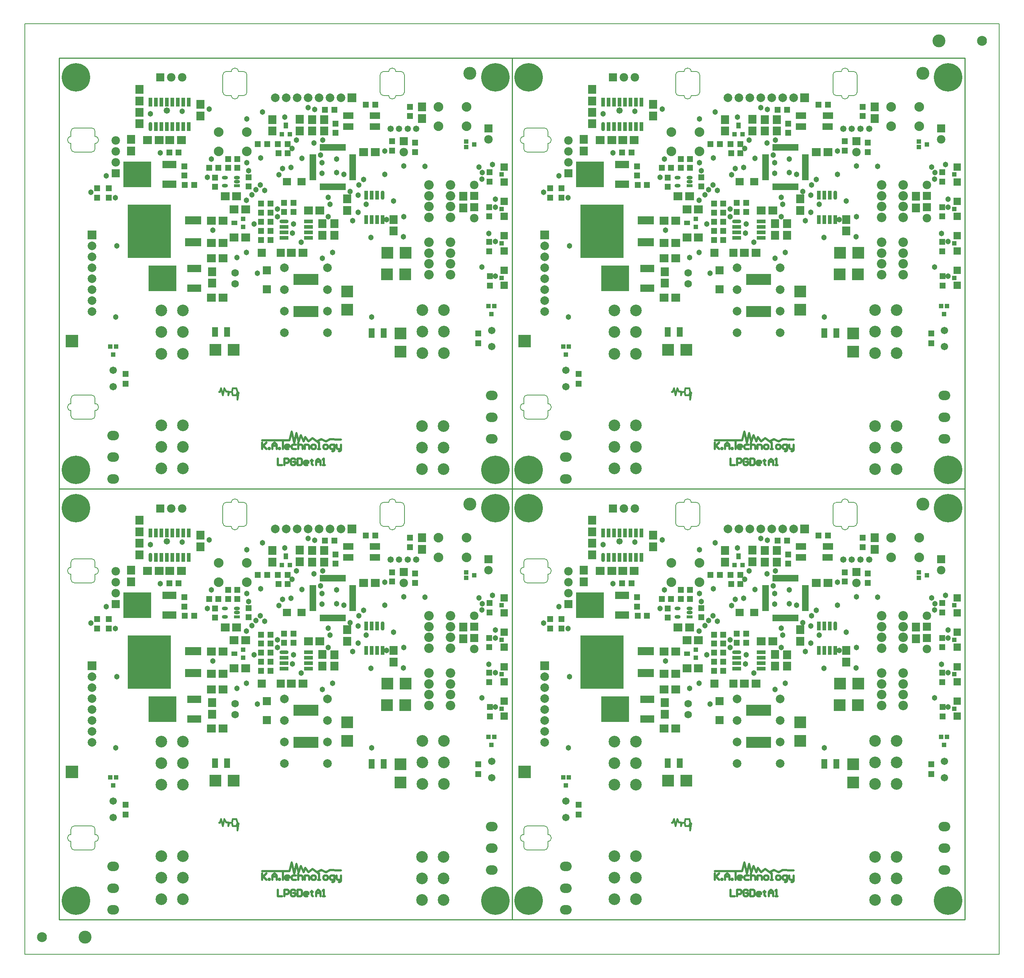
<source format=gts>
%FSLAX25Y25*%
%MOIN*%
G70*
G01*
G75*
G04 Layer_Color=8388736*
%ADD10C,0.00787*%
%ADD11C,0.01000*%
%ADD12C,0.05906*%
%ADD13R,0.05000X0.05000*%
%ADD14R,0.03543X0.03543*%
%ADD15R,0.05000X0.08000*%
%ADD16R,0.07000X0.07000*%
%ADD17R,0.13780X0.07000*%
%ADD18R,0.38400X0.48000*%
%ADD19R,0.11800X0.06300*%
%ADD20R,0.24400X0.22800*%
%ADD21R,0.07087X0.06693*%
%ADD22R,0.22047X0.09055*%
%ADD23R,0.05000X0.03600*%
%ADD24R,0.03600X0.03600*%
%ADD25R,0.05000X0.05000*%
%ADD26O,0.07600X0.02400*%
%ADD27R,0.07600X0.02400*%
%ADD28O,0.04724X0.02362*%
%ADD29R,0.04724X0.02362*%
%ADD30R,0.10000X0.10000*%
%ADD31R,0.01181X0.05512*%
%ADD32R,0.05512X0.01181*%
%ADD33R,0.07000X0.06000*%
%ADD34R,0.08661X0.05512*%
%ADD35O,0.02400X0.07600*%
%ADD36R,0.02400X0.07600*%
%ADD37R,0.03600X0.05000*%
%ADD38R,0.03600X0.03600*%
%ADD39R,0.06693X0.07087*%
%ADD40R,0.07000X0.07000*%
%ADD41R,0.03543X0.03543*%
%ADD42R,0.10000X0.10000*%
%ADD43R,0.05906X0.05906*%
%ADD44R,0.05906X0.05906*%
%ADD45C,0.00984*%
%ADD46C,0.01969*%
%ADD47C,0.05906*%
%ADD48C,0.03937*%
%ADD49C,0.01575*%
%ADD50C,0.00800*%
%ADD51C,0.08268*%
%ADD52C,0.08000*%
%ADD53C,0.25197*%
%ADD54C,0.07000*%
%ADD55C,0.07087*%
%ADD56R,0.07087X0.07087*%
%ADD57O,0.09843X0.07874*%
%ADD58C,0.05906*%
%ADD59C,0.09843*%
%ADD60C,0.07874*%
%ADD61R,0.07087X0.07087*%
%ADD62C,0.05000*%
%ADD63C,0.06000*%
%ADD64C,0.04331*%
%ADD65C,0.02000*%
%ADD66C,0.01600*%
%ADD67C,0.11811*%
%ADD68R,0.05800X0.05800*%
%ADD69R,0.04343X0.04343*%
%ADD70R,0.05800X0.08800*%
%ADD71R,0.07800X0.07800*%
%ADD72R,0.14579X0.07800*%
%ADD73R,0.39200X0.48800*%
%ADD74R,0.12600X0.07100*%
%ADD75R,0.25200X0.23600*%
%ADD76R,0.07887X0.07493*%
%ADD77R,0.22847X0.09855*%
%ADD78R,0.05800X0.04400*%
%ADD79R,0.04400X0.04400*%
%ADD80R,0.05800X0.05800*%
%ADD81O,0.08400X0.03200*%
%ADD82R,0.08400X0.03200*%
%ADD83O,0.05524X0.03162*%
%ADD84R,0.05524X0.03162*%
%ADD85R,0.10800X0.10800*%
%ADD86R,0.01981X0.06312*%
%ADD87R,0.06312X0.01981*%
%ADD88R,0.07800X0.06800*%
%ADD89R,0.09461X0.06312*%
%ADD90O,0.03200X0.08400*%
%ADD91R,0.03200X0.08400*%
%ADD92R,0.04400X0.05800*%
%ADD93R,0.04400X0.04400*%
%ADD94R,0.07493X0.07887*%
%ADD95R,0.07800X0.07800*%
%ADD96R,0.04343X0.04343*%
%ADD97R,0.10800X0.10800*%
%ADD98R,0.06706X0.06706*%
%ADD99R,0.11811X0.11811*%
%ADD100C,0.09068*%
%ADD101C,0.08800*%
%ADD102C,0.25997*%
%ADD103C,0.07800*%
%ADD104C,0.07887*%
%ADD105R,0.07887X0.07887*%
%ADD106O,0.10642X0.08674*%
%ADD107C,0.06706*%
%ADD108C,0.10642*%
%ADD109C,0.08674*%
%ADD110R,0.07887X0.07887*%
%ADD111C,0.05800*%
%ADD112C,0.06800*%
%ADD113C,0.05131*%
D10*
X-31496Y-31496D02*
X858268D01*
Y818898D01*
X-31496D02*
X858268D01*
X-31496Y-31496D02*
Y818898D01*
X157169Y359449D02*
G03*
X163468Y359449I3150J0D01*
G01*
X149295Y362598D02*
G03*
X152445Y359449I3150J0D01*
G01*
X168193Y359449D02*
G03*
X171342Y362598I0J3150D01*
G01*
X171342Y378346D02*
G03*
X168193Y381496I-3150J0D01*
G01*
X152445Y381496D02*
G03*
X149295Y378346I0J-3150D01*
G01*
X163468Y381496D02*
G03*
X157169Y381496I-3150J0D01*
G01*
X307169D02*
G03*
X300870Y381496I-3150J0D01*
G01*
X315043Y378346D02*
G03*
X311893Y381496I-3150J0D01*
G01*
X296145Y381496D02*
G03*
X292996Y378346I0J-3150D01*
G01*
X292996Y362598D02*
G03*
X296145Y359449I3150J0D01*
G01*
X311893Y359449D02*
G03*
X315043Y362598I0J3150D01*
G01*
X300870Y359449D02*
G03*
X307169Y359449I3150J0D01*
G01*
X32677Y71653D02*
G03*
X32677Y77953I0J3150D01*
G01*
X29528Y63779D02*
G03*
X32677Y66929I0J3150D01*
G01*
X32677Y82677D02*
G03*
X29528Y85827I-3150J0D01*
G01*
X13780Y85827D02*
G03*
X10630Y82677I0J-3150D01*
G01*
X10630Y66929D02*
G03*
X13780Y63779I3150J0D01*
G01*
X10630Y77953D02*
G03*
X10630Y71653I0J-3150D01*
G01*
Y322047D02*
G03*
X10630Y315748I0J-3150D01*
G01*
X13780Y329921D02*
G03*
X10630Y326772I0J-3150D01*
G01*
X10630Y311024D02*
G03*
X13780Y307874I3150J0D01*
G01*
X29528Y307874D02*
G03*
X32677Y311024I0J3150D01*
G01*
X32677Y326772D02*
G03*
X29528Y329921I-3150J0D01*
G01*
X32677Y315748D02*
G03*
X32677Y322047I0J3150D01*
G01*
X149295Y362598D02*
Y378346D01*
X152445Y381496D02*
X157169D01*
X163468Y381496D02*
X168193D01*
X171342Y362598D02*
Y378346D01*
X152445Y359449D02*
X157169D01*
X163468Y359449D02*
X168193D01*
X315043Y362598D02*
Y378346D01*
X307169Y359449D02*
X311893D01*
X296145Y359449D02*
X300870D01*
X292996Y362598D02*
Y378346D01*
X307169Y381496D02*
X311893D01*
X296145Y381496D02*
X300870D01*
X13780Y63779D02*
X29528D01*
X10630Y66929D02*
Y71653D01*
X10630Y77953D02*
Y82677D01*
X13780Y85827D02*
X29528D01*
X32677Y66929D02*
Y71653D01*
X32677Y77953D02*
Y82677D01*
X13780Y329921D02*
X29528D01*
X32677Y322047D02*
Y326772D01*
X32677Y311024D02*
Y315748D01*
X13780Y307874D02*
X29528D01*
X10630Y322047D02*
Y326772D01*
X10630Y311024D02*
Y315748D01*
X570555Y359449D02*
G03*
X576854Y359449I3150J0D01*
G01*
X562681Y362598D02*
G03*
X565830Y359449I3150J0D01*
G01*
X581578Y359449D02*
G03*
X584728Y362598I0J3150D01*
G01*
X584728Y378346D02*
G03*
X581578Y381496I-3150J0D01*
G01*
X565830Y381496D02*
G03*
X562681Y378346I0J-3150D01*
G01*
X576854Y381496D02*
G03*
X570555Y381496I-3150J0D01*
G01*
X720555D02*
G03*
X714256Y381496I-3150J0D01*
G01*
X728429Y378346D02*
G03*
X725279Y381496I-3150J0D01*
G01*
X709531Y381496D02*
G03*
X706382Y378346I0J-3150D01*
G01*
X706382Y362598D02*
G03*
X709531Y359449I3150J0D01*
G01*
X725279Y359449D02*
G03*
X728429Y362598I0J3150D01*
G01*
X714256Y359449D02*
G03*
X720555Y359449I3150J0D01*
G01*
X446063Y71653D02*
G03*
X446063Y77953I0J3150D01*
G01*
X442913Y63779D02*
G03*
X446063Y66929I0J3150D01*
G01*
X446063Y82677D02*
G03*
X442913Y85827I-3150J0D01*
G01*
X427165Y85827D02*
G03*
X424016Y82677I0J-3150D01*
G01*
X424016Y66929D02*
G03*
X427165Y63779I3150J0D01*
G01*
X424016Y77953D02*
G03*
X424016Y71653I0J-3150D01*
G01*
Y322047D02*
G03*
X424016Y315748I0J-3150D01*
G01*
X427165Y329921D02*
G03*
X424016Y326772I0J-3150D01*
G01*
X424016Y311024D02*
G03*
X427165Y307874I3150J0D01*
G01*
X442913Y307874D02*
G03*
X446063Y311024I0J3150D01*
G01*
X446063Y326772D02*
G03*
X442913Y329921I-3150J0D01*
G01*
X446063Y315748D02*
G03*
X446063Y322047I0J3150D01*
G01*
X562681Y362598D02*
Y378346D01*
X565830Y381496D02*
X570555D01*
X576854Y381496D02*
X581578D01*
X584728Y362598D02*
Y378346D01*
X565830Y359449D02*
X570555D01*
X576854Y359449D02*
X581578D01*
X728429Y362598D02*
Y378346D01*
X720555Y359449D02*
X725279D01*
X709531Y359449D02*
X714256D01*
X706382Y362598D02*
Y378346D01*
X720555Y381496D02*
X725279D01*
X709531Y381496D02*
X714256D01*
X427165Y63779D02*
X442913D01*
X424016Y66929D02*
Y71653D01*
X424016Y77953D02*
Y82677D01*
X427165Y85827D02*
X442913D01*
X446063Y66929D02*
Y71653D01*
X446063Y77953D02*
Y82677D01*
X427165Y329921D02*
X442913D01*
X446063Y322047D02*
Y326772D01*
X446063Y311024D02*
Y315748D01*
X427165Y307874D02*
X442913D01*
X424016Y322047D02*
Y326772D01*
X424016Y311024D02*
Y315748D01*
X157169Y753150D02*
G03*
X163468Y753150I3150J0D01*
G01*
X149295Y756299D02*
G03*
X152445Y753150I3150J0D01*
G01*
X168193Y753150D02*
G03*
X171342Y756299I0J3150D01*
G01*
X171342Y772047D02*
G03*
X168193Y775197I-3150J0D01*
G01*
X152445Y775197D02*
G03*
X149295Y772047I0J-3150D01*
G01*
X163468Y775197D02*
G03*
X157169Y775197I-3150J0D01*
G01*
X307169D02*
G03*
X300870Y775197I-3150J0D01*
G01*
X315043Y772047D02*
G03*
X311893Y775197I-3150J0D01*
G01*
X296145Y775197D02*
G03*
X292996Y772047I0J-3150D01*
G01*
X292996Y756299D02*
G03*
X296145Y753150I3150J0D01*
G01*
X311893Y753150D02*
G03*
X315043Y756299I0J3150D01*
G01*
X300870Y753150D02*
G03*
X307169Y753150I3150J0D01*
G01*
X32677Y465354D02*
G03*
X32677Y471654I0J3150D01*
G01*
X29528Y457480D02*
G03*
X32677Y460630I0J3150D01*
G01*
X32677Y476378D02*
G03*
X29528Y479528I-3150J0D01*
G01*
X13780Y479528D02*
G03*
X10630Y476378I0J-3150D01*
G01*
X10630Y460630D02*
G03*
X13780Y457480I3150J0D01*
G01*
X10630Y471654D02*
G03*
X10630Y465354I0J-3150D01*
G01*
Y715748D02*
G03*
X10630Y709449I0J-3150D01*
G01*
X13780Y723622D02*
G03*
X10630Y720472I0J-3150D01*
G01*
X10630Y704724D02*
G03*
X13780Y701575I3150J0D01*
G01*
X29528Y701575D02*
G03*
X32677Y704724I0J3150D01*
G01*
X32677Y720472D02*
G03*
X29528Y723622I-3150J0D01*
G01*
X32677Y709449D02*
G03*
X32677Y715748I0J3150D01*
G01*
X149295Y756299D02*
Y772047D01*
X152445Y775197D02*
X157169D01*
X163468Y775197D02*
X168193D01*
X171342Y756299D02*
Y772047D01*
X152445Y753150D02*
X157169D01*
X163468Y753150D02*
X168193D01*
X315043Y756299D02*
Y772047D01*
X307169Y753150D02*
X311893D01*
X296145Y753150D02*
X300870D01*
X292996Y756299D02*
Y772047D01*
X307169Y775197D02*
X311893D01*
X296145Y775197D02*
X300870D01*
X13780Y457480D02*
X29528D01*
X10630Y460630D02*
Y465354D01*
X10630Y471654D02*
Y476378D01*
X13780Y479528D02*
X29528D01*
X32677Y460630D02*
Y465354D01*
X32677Y471654D02*
Y476378D01*
X13780Y723622D02*
X29528D01*
X32677Y715748D02*
Y720472D01*
X32677Y704724D02*
Y709449D01*
X13780Y701575D02*
X29528D01*
X10630Y715748D02*
Y720472D01*
X10630Y704724D02*
Y709449D01*
X570555Y753150D02*
G03*
X576854Y753150I3150J0D01*
G01*
X562681Y756299D02*
G03*
X565830Y753150I3150J0D01*
G01*
X581578Y753150D02*
G03*
X584728Y756299I0J3150D01*
G01*
X584728Y772047D02*
G03*
X581578Y775197I-3150J0D01*
G01*
X565830Y775197D02*
G03*
X562681Y772047I0J-3150D01*
G01*
X576854Y775197D02*
G03*
X570555Y775197I-3150J0D01*
G01*
X720555D02*
G03*
X714256Y775197I-3150J0D01*
G01*
X728429Y772047D02*
G03*
X725279Y775197I-3150J0D01*
G01*
X709531Y775197D02*
G03*
X706382Y772047I0J-3150D01*
G01*
X706382Y756299D02*
G03*
X709531Y753150I3150J0D01*
G01*
X725279Y753150D02*
G03*
X728429Y756299I0J3150D01*
G01*
X714256Y753150D02*
G03*
X720555Y753150I3150J0D01*
G01*
X446063Y465354D02*
G03*
X446063Y471654I0J3150D01*
G01*
X442913Y457480D02*
G03*
X446063Y460630I0J3150D01*
G01*
X446063Y476378D02*
G03*
X442913Y479528I-3150J0D01*
G01*
X427165Y479528D02*
G03*
X424016Y476378I0J-3150D01*
G01*
X424016Y460630D02*
G03*
X427165Y457480I3150J0D01*
G01*
X424016Y471654D02*
G03*
X424016Y465354I0J-3150D01*
G01*
Y715748D02*
G03*
X424016Y709449I0J-3150D01*
G01*
X427165Y723622D02*
G03*
X424016Y720472I0J-3150D01*
G01*
X424016Y704724D02*
G03*
X427165Y701575I3150J0D01*
G01*
X442913Y701575D02*
G03*
X446063Y704724I0J3150D01*
G01*
X446063Y720472D02*
G03*
X442913Y723622I-3150J0D01*
G01*
X446063Y709449D02*
G03*
X446063Y715748I0J3150D01*
G01*
X562681Y756299D02*
Y772047D01*
X565830Y775197D02*
X570555D01*
X576854Y775197D02*
X581578D01*
X584728Y756299D02*
Y772047D01*
X565830Y753150D02*
X570555D01*
X576854Y753150D02*
X581578D01*
X728429Y756299D02*
Y772047D01*
X720555Y753150D02*
X725279D01*
X709531Y753150D02*
X714256D01*
X706382Y756299D02*
Y772047D01*
X720555Y775197D02*
X725279D01*
X709531Y775197D02*
X714256D01*
X427165Y457480D02*
X442913D01*
X424016Y460630D02*
Y465354D01*
X424016Y471654D02*
Y476378D01*
X427165Y479528D02*
X442913D01*
X446063Y460630D02*
Y465354D01*
X446063Y471654D02*
Y476378D01*
X427165Y723622D02*
X442913D01*
X446063Y715748D02*
Y720472D01*
X446063Y704724D02*
Y709449D01*
X427165Y701575D02*
X442913D01*
X424016Y715748D02*
Y720472D01*
X424016Y704724D02*
Y709449D01*
D11*
X0Y0D02*
Y393701D01*
X413386D01*
Y0D02*
Y393701D01*
X0Y0D02*
X413386D01*
X413386D02*
Y393701D01*
X826772D01*
Y0D02*
Y393701D01*
X413386Y0D02*
X826772D01*
X0Y393701D02*
Y787402D01*
X413386D01*
Y393701D02*
Y787402D01*
X0Y393701D02*
X413386D01*
X413386D02*
Y787402D01*
X826772D01*
Y393701D02*
Y787402D01*
X413386Y393701D02*
X826772D01*
D65*
X254039Y36614D02*
X257039D01*
X253039Y37614D02*
X254039Y36614D01*
X253039Y37614D02*
Y40614D01*
X257039Y35614D02*
Y40614D01*
X256039Y34614D02*
X257039Y35614D01*
X255039Y34614D02*
X256039D01*
X248039Y36614D02*
X251039D01*
X247039Y37614D02*
X248039Y36614D01*
X247039Y37614D02*
Y39614D01*
X248039Y40614D01*
X251039D01*
Y35614D02*
Y40614D01*
X250039Y34614D02*
X251039Y35614D01*
X249039Y34614D02*
X250039D01*
X241039Y37614D02*
X242039Y36614D01*
X244039D01*
X245039Y37614D01*
Y39614D01*
X244039Y40614D02*
X245039Y39614D01*
X242039Y40614D02*
X244039D01*
X241039Y39614D02*
X242039Y40614D01*
X241039Y37614D02*
Y39614D01*
X236039Y36614D02*
X238039D01*
X237039D02*
Y42614D01*
X236039D02*
X237039D01*
X230039Y37614D02*
X231039Y36614D01*
X233039D01*
X234039Y37614D01*
Y39614D01*
X233039Y40614D02*
X234039Y39614D01*
X231039Y40614D02*
X233039D01*
X230039Y39614D02*
X231039Y40614D01*
X230039Y37614D02*
Y39614D01*
X228039Y36614D02*
Y39614D01*
X227039Y40614D02*
X228039Y39614D01*
X224039Y40614D02*
X227039D01*
X224039Y36614D02*
Y40614D01*
X218039Y39614D02*
X219039Y40614D01*
X221039D01*
X222039Y39614D01*
Y36614D02*
Y39614D01*
X218039Y36614D02*
Y42614D01*
X212039Y37614D02*
Y39614D01*
Y37614D02*
X213039Y36614D01*
X216039D01*
X212039Y39614D02*
X213039Y40614D01*
X216039D01*
X206039Y38614D02*
X210039D01*
Y39614D01*
X209039Y40614D02*
X210039Y39614D01*
X207039Y40614D02*
X209039D01*
X206039Y39614D02*
X207039Y40614D01*
X206039Y37614D02*
Y39614D01*
Y37614D02*
X207039Y36614D01*
X209039D01*
X200539D02*
Y37614D01*
Y36614D02*
X201539D01*
Y37614D01*
X200539D02*
X201539D01*
X194539Y39614D02*
X198539D01*
Y36614D02*
Y40614D01*
X196539Y42614D02*
X198539Y40614D01*
X194539D02*
X196539Y42614D01*
X194539Y36614D02*
Y40614D01*
X191039Y37114D02*
Y37614D01*
Y36614D02*
Y37114D01*
Y36614D02*
X192039D01*
Y37614D01*
X191039D02*
X192039D01*
X186039Y39614D02*
X189039Y36614D01*
X185039Y38614D02*
X189039Y42614D01*
X185039Y36614D02*
Y42614D01*
X247039Y45614D02*
X255039Y45114D01*
X243539Y43614D02*
X247039Y45614D01*
X239039D02*
X243539Y43614D01*
X235039D02*
X239039Y45614D01*
X231039Y46614D02*
X235039Y43614D01*
X227539D02*
X231039Y46614D01*
X224539Y47614D02*
X227539Y43614D01*
X223039D02*
X224539Y47614D01*
X255039Y45114D02*
X257039D01*
X220539Y49114D02*
X223039Y43614D01*
X218539Y43114D02*
X220539Y49114D01*
X216539Y51114D02*
X218539Y43114D01*
X214539Y42114D02*
X216539Y51114D01*
X212039Y52614D02*
X214539Y42114D01*
X210039Y44614D02*
X212039Y52614D01*
X204039Y44614D02*
X210039D01*
X185039D02*
X204039D01*
Y36614D02*
Y44614D01*
X234417Y21654D02*
Y25653D01*
X236317Y27553D01*
X236517D01*
X238417Y25653D01*
Y21654D02*
Y25653D01*
X234417Y24654D02*
X238417D01*
X229417Y25653D02*
X231417D01*
X230417Y22654D02*
X231417Y21654D01*
X230417Y22654D02*
Y26654D01*
X223417Y23653D02*
X227417D01*
Y24654D01*
X226417Y25653D02*
X227417Y24654D01*
X224417Y25653D02*
X226417D01*
X223417Y24654D02*
X224417Y25653D01*
X223417Y22654D02*
Y24654D01*
Y22654D02*
X224417Y21654D01*
X226417D01*
X241417D02*
Y27654D01*
X240417Y26654D02*
X241417Y27654D01*
X240417Y21654D02*
X242417D01*
X217417D02*
X220417D01*
X221417Y22654D01*
Y26654D01*
X220417Y27654D02*
X221417Y26654D01*
X217417Y27654D02*
X220417D01*
X217417Y21654D02*
Y27654D01*
X213417Y24654D02*
X215417D01*
Y22654D02*
Y24654D01*
X214417Y21654D02*
X215417Y22654D01*
X212417Y21654D02*
X214417D01*
X211417Y22654D02*
X212417Y21654D01*
X211417Y22654D02*
Y26654D01*
X212417Y27654D01*
X214417D01*
X215417Y26654D01*
X205417Y23653D02*
X208417D01*
X209417Y24654D01*
Y26654D01*
X208417Y27654D02*
X209417Y26654D01*
X205417Y27654D02*
X208417D01*
X205417Y21654D02*
Y27654D01*
X199417Y21654D02*
Y27654D01*
Y21654D02*
X203417D01*
X667425Y36614D02*
X670425D01*
X666425Y37614D02*
X667425Y36614D01*
X666425Y37614D02*
Y40614D01*
X670425Y35614D02*
Y40614D01*
X669425Y34614D02*
X670425Y35614D01*
X668425Y34614D02*
X669425D01*
X661425Y36614D02*
X664425D01*
X660425Y37614D02*
X661425Y36614D01*
X660425Y37614D02*
Y39614D01*
X661425Y40614D01*
X664425D01*
Y35614D02*
Y40614D01*
X663425Y34614D02*
X664425Y35614D01*
X662425Y34614D02*
X663425D01*
X654425Y37614D02*
X655425Y36614D01*
X657425D01*
X658425Y37614D01*
Y39614D01*
X657425Y40614D02*
X658425Y39614D01*
X655425Y40614D02*
X657425D01*
X654425Y39614D02*
X655425Y40614D01*
X654425Y37614D02*
Y39614D01*
X649425Y36614D02*
X651425D01*
X650425D02*
Y42614D01*
X649425D02*
X650425D01*
X643425Y37614D02*
X644425Y36614D01*
X646425D01*
X647425Y37614D01*
Y39614D01*
X646425Y40614D02*
X647425Y39614D01*
X644425Y40614D02*
X646425D01*
X643425Y39614D02*
X644425Y40614D01*
X643425Y37614D02*
Y39614D01*
X641425Y36614D02*
Y39614D01*
X640425Y40614D02*
X641425Y39614D01*
X637425Y40614D02*
X640425D01*
X637425Y36614D02*
Y40614D01*
X631425Y39614D02*
X632425Y40614D01*
X634425D01*
X635425Y39614D01*
Y36614D02*
Y39614D01*
X631425Y36614D02*
Y42614D01*
X625425Y37614D02*
Y39614D01*
Y37614D02*
X626425Y36614D01*
X629425D01*
X625425Y39614D02*
X626425Y40614D01*
X629425D01*
X619425Y38614D02*
X623425D01*
Y39614D01*
X622425Y40614D02*
X623425Y39614D01*
X620425Y40614D02*
X622425D01*
X619425Y39614D02*
X620425Y40614D01*
X619425Y37614D02*
Y39614D01*
Y37614D02*
X620425Y36614D01*
X622425D01*
X613925D02*
Y37614D01*
Y36614D02*
X614925D01*
Y37614D01*
X613925D02*
X614925D01*
X607925Y39614D02*
X611925D01*
Y36614D02*
Y40614D01*
X609925Y42614D02*
X611925Y40614D01*
X607925D02*
X609925Y42614D01*
X607925Y36614D02*
Y40614D01*
X604425Y37114D02*
Y37614D01*
Y36614D02*
Y37114D01*
Y36614D02*
X605425D01*
Y37614D01*
X604425D02*
X605425D01*
X599425Y39614D02*
X602425Y36614D01*
X598425Y38614D02*
X602425Y42614D01*
X598425Y36614D02*
Y42614D01*
X660425Y45614D02*
X668425Y45114D01*
X656925Y43614D02*
X660425Y45614D01*
X652425D02*
X656925Y43614D01*
X648425D02*
X652425Y45614D01*
X644425Y46614D02*
X648425Y43614D01*
X640925D02*
X644425Y46614D01*
X637925Y47614D02*
X640925Y43614D01*
X636425D02*
X637925Y47614D01*
X668425Y45114D02*
X670425D01*
X633925Y49114D02*
X636425Y43614D01*
X631925Y43114D02*
X633925Y49114D01*
X629925Y51114D02*
X631925Y43114D01*
X627925Y42114D02*
X629925Y51114D01*
X625425Y52614D02*
X627925Y42114D01*
X623425Y44614D02*
X625425Y52614D01*
X617425Y44614D02*
X623425D01*
X598425D02*
X617425D01*
Y36614D02*
Y44614D01*
X647803Y21654D02*
Y25653D01*
X649703Y27553D01*
X649903D01*
X651803Y25653D01*
Y21654D02*
Y25653D01*
X647803Y24654D02*
X651803D01*
X642803Y25653D02*
X644803D01*
X643803Y22654D02*
X644803Y21654D01*
X643803Y22654D02*
Y26654D01*
X636803Y23653D02*
X640803D01*
Y24654D01*
X639803Y25653D02*
X640803Y24654D01*
X637803Y25653D02*
X639803D01*
X636803Y24654D02*
X637803Y25653D01*
X636803Y22654D02*
Y24654D01*
Y22654D02*
X637803Y21654D01*
X639803D01*
X654803D02*
Y27654D01*
X653803Y26654D02*
X654803Y27654D01*
X653803Y21654D02*
X655803D01*
X630803D02*
X633803D01*
X634803Y22654D01*
Y26654D01*
X633803Y27654D02*
X634803Y26654D01*
X630803Y27654D02*
X633803D01*
X630803Y21654D02*
Y27654D01*
X626803Y24654D02*
X628803D01*
Y22654D02*
Y24654D01*
X627803Y21654D02*
X628803Y22654D01*
X625803Y21654D02*
X627803D01*
X624803Y22654D02*
X625803Y21654D01*
X624803Y22654D02*
Y26654D01*
X625803Y27654D01*
X627803D01*
X628803Y26654D01*
X618803Y23653D02*
X621803D01*
X622803Y24654D01*
Y26654D01*
X621803Y27654D02*
X622803Y26654D01*
X618803Y27654D02*
X621803D01*
X618803Y21654D02*
Y27654D01*
X612803Y21654D02*
Y27654D01*
Y21654D02*
X616803D01*
X254039Y430315D02*
X257039D01*
X253039Y431315D02*
X254039Y430315D01*
X253039Y431315D02*
Y434315D01*
X257039Y429315D02*
Y434315D01*
X256039Y428315D02*
X257039Y429315D01*
X255039Y428315D02*
X256039D01*
X248039Y430315D02*
X251039D01*
X247039Y431315D02*
X248039Y430315D01*
X247039Y431315D02*
Y433315D01*
X248039Y434315D01*
X251039D01*
Y429315D02*
Y434315D01*
X250039Y428315D02*
X251039Y429315D01*
X249039Y428315D02*
X250039D01*
X241039Y431315D02*
X242039Y430315D01*
X244039D01*
X245039Y431315D01*
Y433315D01*
X244039Y434315D02*
X245039Y433315D01*
X242039Y434315D02*
X244039D01*
X241039Y433315D02*
X242039Y434315D01*
X241039Y431315D02*
Y433315D01*
X236039Y430315D02*
X238039D01*
X237039D02*
Y436315D01*
X236039D02*
X237039D01*
X230039Y431315D02*
X231039Y430315D01*
X233039D01*
X234039Y431315D01*
Y433315D01*
X233039Y434315D02*
X234039Y433315D01*
X231039Y434315D02*
X233039D01*
X230039Y433315D02*
X231039Y434315D01*
X230039Y431315D02*
Y433315D01*
X228039Y430315D02*
Y433315D01*
X227039Y434315D02*
X228039Y433315D01*
X224039Y434315D02*
X227039D01*
X224039Y430315D02*
Y434315D01*
X218039Y433315D02*
X219039Y434315D01*
X221039D01*
X222039Y433315D01*
Y430315D02*
Y433315D01*
X218039Y430315D02*
Y436315D01*
X212039Y431315D02*
Y433315D01*
Y431315D02*
X213039Y430315D01*
X216039D01*
X212039Y433315D02*
X213039Y434315D01*
X216039D01*
X206039Y432315D02*
X210039D01*
Y433315D01*
X209039Y434315D02*
X210039Y433315D01*
X207039Y434315D02*
X209039D01*
X206039Y433315D02*
X207039Y434315D01*
X206039Y431315D02*
Y433315D01*
Y431315D02*
X207039Y430315D01*
X209039D01*
X200539D02*
Y431315D01*
Y430315D02*
X201539D01*
Y431315D01*
X200539D02*
X201539D01*
X194539Y433315D02*
X198539D01*
Y430315D02*
Y434315D01*
X196539Y436315D02*
X198539Y434315D01*
X194539D02*
X196539Y436315D01*
X194539Y430315D02*
Y434315D01*
X191039Y430815D02*
Y431315D01*
Y430315D02*
Y430815D01*
Y430315D02*
X192039D01*
Y431315D01*
X191039D02*
X192039D01*
X186039Y433315D02*
X189039Y430315D01*
X185039Y432315D02*
X189039Y436315D01*
X185039Y430315D02*
Y436315D01*
X247039Y439315D02*
X255039Y438815D01*
X243539Y437315D02*
X247039Y439315D01*
X239039D02*
X243539Y437315D01*
X235039D02*
X239039Y439315D01*
X231039Y440315D02*
X235039Y437315D01*
X227539D02*
X231039Y440315D01*
X224539Y441315D02*
X227539Y437315D01*
X223039D02*
X224539Y441315D01*
X255039Y438815D02*
X257039D01*
X220539Y442815D02*
X223039Y437315D01*
X218539Y436815D02*
X220539Y442815D01*
X216539Y444815D02*
X218539Y436815D01*
X214539Y435815D02*
X216539Y444815D01*
X212039Y446315D02*
X214539Y435815D01*
X210039Y438315D02*
X212039Y446315D01*
X204039Y438315D02*
X210039D01*
X185039D02*
X204039D01*
Y430315D02*
Y438315D01*
X234417Y415354D02*
Y419354D01*
X236317Y421254D01*
X236517D01*
X238417Y419354D01*
Y415354D02*
Y419354D01*
X234417Y418354D02*
X238417D01*
X229417Y419354D02*
X231417D01*
X230417Y416354D02*
X231417Y415354D01*
X230417Y416354D02*
Y420354D01*
X223417Y417354D02*
X227417D01*
Y418354D01*
X226417Y419354D02*
X227417Y418354D01*
X224417Y419354D02*
X226417D01*
X223417Y418354D02*
X224417Y419354D01*
X223417Y416354D02*
Y418354D01*
Y416354D02*
X224417Y415354D01*
X226417D01*
X241417D02*
Y421354D01*
X240417Y420354D02*
X241417Y421354D01*
X240417Y415354D02*
X242417D01*
X217417D02*
X220417D01*
X221417Y416354D01*
Y420354D01*
X220417Y421354D02*
X221417Y420354D01*
X217417Y421354D02*
X220417D01*
X217417Y415354D02*
Y421354D01*
X213417Y418354D02*
X215417D01*
Y416354D02*
Y418354D01*
X214417Y415354D02*
X215417Y416354D01*
X212417Y415354D02*
X214417D01*
X211417Y416354D02*
X212417Y415354D01*
X211417Y416354D02*
Y420354D01*
X212417Y421354D01*
X214417D01*
X215417Y420354D01*
X205417Y417354D02*
X208417D01*
X209417Y418354D01*
Y420354D01*
X208417Y421354D02*
X209417Y420354D01*
X205417Y421354D02*
X208417D01*
X205417Y415354D02*
Y421354D01*
X199417Y415354D02*
Y421354D01*
Y415354D02*
X203417D01*
X667425Y430315D02*
X670425D01*
X666425Y431315D02*
X667425Y430315D01*
X666425Y431315D02*
Y434315D01*
X670425Y429315D02*
Y434315D01*
X669425Y428315D02*
X670425Y429315D01*
X668425Y428315D02*
X669425D01*
X661425Y430315D02*
X664425D01*
X660425Y431315D02*
X661425Y430315D01*
X660425Y431315D02*
Y433315D01*
X661425Y434315D01*
X664425D01*
Y429315D02*
Y434315D01*
X663425Y428315D02*
X664425Y429315D01*
X662425Y428315D02*
X663425D01*
X654425Y431315D02*
X655425Y430315D01*
X657425D01*
X658425Y431315D01*
Y433315D01*
X657425Y434315D02*
X658425Y433315D01*
X655425Y434315D02*
X657425D01*
X654425Y433315D02*
X655425Y434315D01*
X654425Y431315D02*
Y433315D01*
X649425Y430315D02*
X651425D01*
X650425D02*
Y436315D01*
X649425D02*
X650425D01*
X643425Y431315D02*
X644425Y430315D01*
X646425D01*
X647425Y431315D01*
Y433315D01*
X646425Y434315D02*
X647425Y433315D01*
X644425Y434315D02*
X646425D01*
X643425Y433315D02*
X644425Y434315D01*
X643425Y431315D02*
Y433315D01*
X641425Y430315D02*
Y433315D01*
X640425Y434315D02*
X641425Y433315D01*
X637425Y434315D02*
X640425D01*
X637425Y430315D02*
Y434315D01*
X631425Y433315D02*
X632425Y434315D01*
X634425D01*
X635425Y433315D01*
Y430315D02*
Y433315D01*
X631425Y430315D02*
Y436315D01*
X625425Y431315D02*
Y433315D01*
Y431315D02*
X626425Y430315D01*
X629425D01*
X625425Y433315D02*
X626425Y434315D01*
X629425D01*
X619425Y432315D02*
X623425D01*
Y433315D01*
X622425Y434315D02*
X623425Y433315D01*
X620425Y434315D02*
X622425D01*
X619425Y433315D02*
X620425Y434315D01*
X619425Y431315D02*
Y433315D01*
Y431315D02*
X620425Y430315D01*
X622425D01*
X613925D02*
Y431315D01*
Y430315D02*
X614925D01*
Y431315D01*
X613925D02*
X614925D01*
X607925Y433315D02*
X611925D01*
Y430315D02*
Y434315D01*
X609925Y436315D02*
X611925Y434315D01*
X607925D02*
X609925Y436315D01*
X607925Y430315D02*
Y434315D01*
X604425Y430815D02*
Y431315D01*
Y430315D02*
Y430815D01*
Y430315D02*
X605425D01*
Y431315D01*
X604425D02*
X605425D01*
X599425Y433315D02*
X602425Y430315D01*
X598425Y432315D02*
X602425Y436315D01*
X598425Y430315D02*
Y436315D01*
X660425Y439315D02*
X668425Y438815D01*
X656925Y437315D02*
X660425Y439315D01*
X652425D02*
X656925Y437315D01*
X648425D02*
X652425Y439315D01*
X644425Y440315D02*
X648425Y437315D01*
X640925D02*
X644425Y440315D01*
X637925Y441315D02*
X640925Y437315D01*
X636425D02*
X637925Y441315D01*
X668425Y438815D02*
X670425D01*
X633925Y442815D02*
X636425Y437315D01*
X631925Y436815D02*
X633925Y442815D01*
X629925Y444815D02*
X631925Y436815D01*
X627925Y435815D02*
X629925Y444815D01*
X625425Y446315D02*
X627925Y435815D01*
X623425Y438315D02*
X625425Y446315D01*
X617425Y438315D02*
X623425D01*
X598425D02*
X617425D01*
Y430315D02*
Y438315D01*
X647803Y415354D02*
Y419354D01*
X649703Y421254D01*
X649903D01*
X651803Y419354D01*
Y415354D02*
Y419354D01*
X647803Y418354D02*
X651803D01*
X642803Y419354D02*
X644803D01*
X643803Y416354D02*
X644803Y415354D01*
X643803Y416354D02*
Y420354D01*
X636803Y417354D02*
X640803D01*
Y418354D01*
X639803Y419354D02*
X640803Y418354D01*
X637803Y419354D02*
X639803D01*
X636803Y418354D02*
X637803Y419354D01*
X636803Y416354D02*
Y418354D01*
Y416354D02*
X637803Y415354D01*
X639803D01*
X654803D02*
Y421354D01*
X653803Y420354D02*
X654803Y421354D01*
X653803Y415354D02*
X655803D01*
X630803D02*
X633803D01*
X634803Y416354D01*
Y420354D01*
X633803Y421354D02*
X634803Y420354D01*
X630803Y421354D02*
X633803D01*
X630803Y415354D02*
Y421354D01*
X626803Y418354D02*
X628803D01*
Y416354D02*
Y418354D01*
X627803Y415354D02*
X628803Y416354D01*
X625803Y415354D02*
X627803D01*
X624803Y416354D02*
X625803Y415354D01*
X624803Y416354D02*
Y420354D01*
X625803Y421354D01*
X627803D01*
X628803Y420354D01*
X618803Y417354D02*
X621803D01*
X622803Y418354D01*
Y420354D01*
X621803Y421354D02*
X622803Y420354D01*
X618803Y421354D02*
X621803D01*
X618803Y415354D02*
Y421354D01*
X612803Y415354D02*
Y421354D01*
Y415354D02*
X616803D01*
D66*
X162476Y81902D02*
X163476Y88102D01*
X162476Y81902D02*
Y88902D01*
X154276Y85902D02*
X154876Y88502D01*
X154276Y85902D02*
Y89102D01*
X152076D02*
X154276D01*
X150676Y92102D02*
X152076Y89102D01*
X149276Y85902D02*
X150676Y92102D01*
X147676D02*
X149276Y85902D01*
X146476Y88902D02*
X147676Y92102D01*
X145876Y88902D02*
X146476D01*
X158276Y85902D02*
X161476D01*
X157476Y88902D02*
X158276Y85902D01*
X155676Y88902D02*
X157476D01*
X154876Y88502D02*
X155676Y88902D01*
X161476Y85902D02*
X162476Y88902D01*
X161676Y92102D02*
X162476Y88902D01*
X158276Y92102D02*
X161676D01*
X157476Y88902D02*
X158276Y92102D01*
X575861Y81902D02*
X576861Y88102D01*
X575861Y81902D02*
Y88902D01*
X567661Y85902D02*
X568261Y88502D01*
X567661Y85902D02*
Y89102D01*
X565461D02*
X567661D01*
X564061Y92102D02*
X565461Y89102D01*
X562661Y85902D02*
X564061Y92102D01*
X561061D02*
X562661Y85902D01*
X559861Y88902D02*
X561061Y92102D01*
X559261Y88902D02*
X559861D01*
X571661Y85902D02*
X574861D01*
X570861Y88902D02*
X571661Y85902D01*
X569061Y88902D02*
X570861D01*
X568261Y88502D02*
X569061Y88902D01*
X574861Y85902D02*
X575861Y88902D01*
X575061Y92102D02*
X575861Y88902D01*
X571661Y92102D02*
X575061D01*
X570861Y88902D02*
X571661Y92102D01*
X162476Y475603D02*
X163476Y481803D01*
X162476Y475603D02*
Y482603D01*
X154276Y479603D02*
X154876Y482203D01*
X154276Y479603D02*
Y482803D01*
X152076D02*
X154276D01*
X150676Y485803D02*
X152076Y482803D01*
X149276Y479603D02*
X150676Y485803D01*
X147676D02*
X149276Y479603D01*
X146476Y482603D02*
X147676Y485803D01*
X145876Y482603D02*
X146476D01*
X158276Y479603D02*
X161476D01*
X157476Y482603D02*
X158276Y479603D01*
X155676Y482603D02*
X157476D01*
X154876Y482203D02*
X155676Y482603D01*
X161476Y479603D02*
X162476Y482603D01*
X161676Y485803D02*
X162476Y482603D01*
X158276Y485803D02*
X161676D01*
X157476Y482603D02*
X158276Y485803D01*
X575861Y475603D02*
X576861Y481803D01*
X575861Y475603D02*
Y482603D01*
X567661Y479603D02*
X568261Y482203D01*
X567661Y479603D02*
Y482803D01*
X565461D02*
X567661D01*
X564061Y485803D02*
X565461Y482803D01*
X562661Y479603D02*
X564061Y485803D01*
X561061D02*
X562661Y479603D01*
X559861Y482603D02*
X561061Y485803D01*
X559261Y482603D02*
X559861D01*
X571661Y479603D02*
X574861D01*
X570861Y482603D02*
X571661Y479603D01*
X569061Y482603D02*
X570861D01*
X568261Y482203D02*
X569061Y482603D01*
X574861Y479603D02*
X575861Y482603D01*
X575061Y485803D02*
X575861Y482603D01*
X571661Y485803D02*
X575061D01*
X570861Y482603D02*
X571661Y485803D01*
D67*
X23622Y-15748D02*
D03*
X803150Y803150D02*
D03*
X375000Y379921D02*
D03*
X788386D02*
D03*
X375000Y773622D02*
D03*
X788386D02*
D03*
D68*
X34646Y274722D02*
D03*
Y266222D02*
D03*
X45276Y274722D02*
D03*
Y266222D02*
D03*
X142126Y276065D02*
D03*
Y284565D02*
D03*
X172835Y284959D02*
D03*
Y276459D02*
D03*
X252106Y325344D02*
D03*
Y333844D02*
D03*
X114173Y286301D02*
D03*
Y294801D02*
D03*
X60630Y105118D02*
D03*
Y96118D02*
D03*
X303937Y317636D02*
D03*
Y309136D02*
D03*
X324803Y307955D02*
D03*
Y316455D02*
D03*
X320079Y349132D02*
D03*
Y340632D02*
D03*
X392835Y280947D02*
D03*
Y289447D02*
D03*
X392677Y249057D02*
D03*
Y257557D02*
D03*
X392677Y217246D02*
D03*
Y225746D02*
D03*
X393150Y185907D02*
D03*
Y194407D02*
D03*
X382677Y142126D02*
D03*
Y133126D02*
D03*
X448032Y274722D02*
D03*
Y266222D02*
D03*
X458661Y274722D02*
D03*
Y266222D02*
D03*
X555512Y276065D02*
D03*
Y284565D02*
D03*
X586221Y284959D02*
D03*
Y276459D02*
D03*
X665492Y325344D02*
D03*
Y333844D02*
D03*
X527559Y286301D02*
D03*
Y294801D02*
D03*
X474016Y105118D02*
D03*
Y96118D02*
D03*
X717323Y317636D02*
D03*
Y309136D02*
D03*
X738189Y307955D02*
D03*
Y316455D02*
D03*
X733465Y349132D02*
D03*
Y340632D02*
D03*
X806221Y280947D02*
D03*
Y289447D02*
D03*
X806063Y249057D02*
D03*
Y257557D02*
D03*
X806063Y217246D02*
D03*
Y225746D02*
D03*
X806535Y185907D02*
D03*
Y194407D02*
D03*
X796063Y142126D02*
D03*
Y133126D02*
D03*
X34646Y668423D02*
D03*
Y659923D02*
D03*
X45276Y668423D02*
D03*
Y659923D02*
D03*
X142126Y669766D02*
D03*
Y678266D02*
D03*
X172835Y678659D02*
D03*
Y670159D02*
D03*
X252106Y719045D02*
D03*
Y727545D02*
D03*
X114173Y680002D02*
D03*
Y688502D02*
D03*
X60630Y498819D02*
D03*
Y489819D02*
D03*
X303937Y711337D02*
D03*
Y702837D02*
D03*
X324803Y701655D02*
D03*
Y710155D02*
D03*
X320079Y742833D02*
D03*
Y734333D02*
D03*
X392835Y674648D02*
D03*
Y683148D02*
D03*
X392677Y642758D02*
D03*
Y651258D02*
D03*
X392677Y610947D02*
D03*
Y619447D02*
D03*
X393150Y579608D02*
D03*
Y588108D02*
D03*
X382677Y535827D02*
D03*
Y526827D02*
D03*
X448032Y668423D02*
D03*
Y659923D02*
D03*
X458661Y668423D02*
D03*
Y659923D02*
D03*
X555512Y669766D02*
D03*
Y678266D02*
D03*
X586221Y678659D02*
D03*
Y670159D02*
D03*
X665492Y719045D02*
D03*
Y727545D02*
D03*
X527559Y680002D02*
D03*
Y688502D02*
D03*
X474016Y498819D02*
D03*
Y489819D02*
D03*
X717323Y711337D02*
D03*
Y702837D02*
D03*
X738189Y701655D02*
D03*
Y710155D02*
D03*
X733465Y742833D02*
D03*
Y734333D02*
D03*
X806221Y674648D02*
D03*
Y683148D02*
D03*
X806063Y642758D02*
D03*
Y651258D02*
D03*
X806063Y610947D02*
D03*
Y619447D02*
D03*
X806535Y579608D02*
D03*
Y588108D02*
D03*
X796063Y535827D02*
D03*
Y526827D02*
D03*
D69*
X378839Y314961D02*
D03*
X371555Y312402D02*
D03*
Y317520D02*
D03*
X403740Y287402D02*
D03*
Y255906D02*
D03*
Y224410D02*
D03*
Y192913D02*
D03*
X792224Y314961D02*
D03*
X784941Y312402D02*
D03*
Y317520D02*
D03*
X817126Y287402D02*
D03*
Y255906D02*
D03*
Y224410D02*
D03*
Y192913D02*
D03*
X378839Y708661D02*
D03*
X371555Y706102D02*
D03*
Y711221D02*
D03*
X403740Y681102D02*
D03*
Y649606D02*
D03*
Y618110D02*
D03*
Y586614D02*
D03*
X792224Y708661D02*
D03*
X784941Y706102D02*
D03*
Y711221D02*
D03*
X817126Y681102D02*
D03*
Y649606D02*
D03*
Y618110D02*
D03*
Y586614D02*
D03*
D70*
X142138Y143307D02*
D03*
X153138D02*
D03*
X296051Y142520D02*
D03*
X285051D02*
D03*
X555524Y143307D02*
D03*
X566524D02*
D03*
X709437Y142520D02*
D03*
X698437D02*
D03*
X142138Y537008D02*
D03*
X153138D02*
D03*
X296051Y536221D02*
D03*
X285051D02*
D03*
X555524Y537008D02*
D03*
X566524D02*
D03*
X709437Y536221D02*
D03*
X698437D02*
D03*
D71*
X189370Y182339D02*
D03*
Y199839D02*
D03*
X602756Y182339D02*
D03*
Y199839D02*
D03*
X189370Y576039D02*
D03*
Y593539D02*
D03*
X602756Y576039D02*
D03*
Y593539D02*
D03*
X92126Y375984D02*
D03*
X505512D02*
D03*
X92126Y769685D02*
D03*
X505512D02*
D03*
D72*
X122283Y245433D02*
D03*
Y225433D02*
D03*
X535669Y245433D02*
D03*
Y225433D02*
D03*
X122283Y639134D02*
D03*
Y619134D02*
D03*
X535669Y639134D02*
D03*
Y619134D02*
D03*
D73*
X82284Y235433D02*
D03*
X495669D02*
D03*
X82284Y629134D02*
D03*
X495669D02*
D03*
D74*
X123294Y183520D02*
D03*
Y201520D02*
D03*
X100460Y278402D02*
D03*
Y296402D02*
D03*
X536680Y183520D02*
D03*
Y201520D02*
D03*
X513846Y278402D02*
D03*
Y296402D02*
D03*
X123294Y577220D02*
D03*
Y595221D02*
D03*
X100460Y672102D02*
D03*
Y690102D02*
D03*
X536680Y577220D02*
D03*
Y595221D02*
D03*
X513846Y672102D02*
D03*
Y690102D02*
D03*
D75*
X94095Y192520D02*
D03*
X71260Y287402D02*
D03*
X507480Y192520D02*
D03*
X484646Y287402D02*
D03*
X94095Y586221D02*
D03*
X71260Y681102D02*
D03*
X507480Y586221D02*
D03*
X484646Y681102D02*
D03*
D76*
X138779Y245276D02*
D03*
X149409D02*
D03*
X138779Y224803D02*
D03*
X149409D02*
D03*
X138779Y210630D02*
D03*
X149409D02*
D03*
X138779Y174803D02*
D03*
X149409D02*
D03*
X170276Y255512D02*
D03*
X159646D02*
D03*
Y229921D02*
D03*
X170276D02*
D03*
X277756Y307874D02*
D03*
X288386D02*
D03*
X100984Y318898D02*
D03*
X111614D02*
D03*
X222638Y215748D02*
D03*
X212008D02*
D03*
X227362Y254331D02*
D03*
X237992D02*
D03*
X151378Y267323D02*
D03*
X162008D02*
D03*
X80512Y318898D02*
D03*
X91142D02*
D03*
X552165Y245276D02*
D03*
X562795D02*
D03*
X552165Y224803D02*
D03*
X562795D02*
D03*
X552165Y210630D02*
D03*
X562795D02*
D03*
X552165Y174803D02*
D03*
X562795D02*
D03*
X583661Y255512D02*
D03*
X573032D02*
D03*
Y229921D02*
D03*
X583661D02*
D03*
X691142Y307874D02*
D03*
X701772D02*
D03*
X514370Y318898D02*
D03*
X525000D02*
D03*
X636024Y215748D02*
D03*
X625394D02*
D03*
X640748Y254331D02*
D03*
X651378D02*
D03*
X564764Y267323D02*
D03*
X575394D02*
D03*
X493898Y318898D02*
D03*
X504528D02*
D03*
X138779Y638976D02*
D03*
X149409D02*
D03*
X138779Y618504D02*
D03*
X149409D02*
D03*
X138779Y604331D02*
D03*
X149409D02*
D03*
X138779Y568504D02*
D03*
X149409D02*
D03*
X170276Y649213D02*
D03*
X159646D02*
D03*
Y623622D02*
D03*
X170276D02*
D03*
X277756Y701575D02*
D03*
X288386D02*
D03*
X100984Y712598D02*
D03*
X111614D02*
D03*
X222638Y609449D02*
D03*
X212008D02*
D03*
X227362Y648032D02*
D03*
X237992D02*
D03*
X151378Y661024D02*
D03*
X162008D02*
D03*
X80512Y712598D02*
D03*
X91142D02*
D03*
X552165Y638976D02*
D03*
X562795D02*
D03*
X552165Y618504D02*
D03*
X562795D02*
D03*
X552165Y604331D02*
D03*
X562795D02*
D03*
X552165Y568504D02*
D03*
X562795D02*
D03*
X583661Y649213D02*
D03*
X573032D02*
D03*
Y623622D02*
D03*
X583661D02*
D03*
X691142Y701575D02*
D03*
X701772D02*
D03*
X514370Y712598D02*
D03*
X525000D02*
D03*
X636024Y609449D02*
D03*
X625394D02*
D03*
X640748Y648032D02*
D03*
X651378D02*
D03*
X564764Y661024D02*
D03*
X575394D02*
D03*
X493898Y712598D02*
D03*
X504528D02*
D03*
D77*
X225197Y191339D02*
D03*
Y162205D02*
D03*
X638583Y191339D02*
D03*
Y162205D02*
D03*
X225197Y585039D02*
D03*
Y555905D02*
D03*
X638583Y585039D02*
D03*
Y555905D02*
D03*
D78*
X159716Y243170D02*
D03*
X573102D02*
D03*
X159716Y636871D02*
D03*
X573102D02*
D03*
D79*
X167717Y246870D02*
D03*
Y239370D02*
D03*
X581102Y246870D02*
D03*
Y239370D02*
D03*
X167717Y640571D02*
D03*
Y633071D02*
D03*
X581102Y640571D02*
D03*
Y633071D02*
D03*
D80*
X108974Y307480D02*
D03*
X100474D02*
D03*
X123148Y277953D02*
D03*
X114648D02*
D03*
X205199Y261417D02*
D03*
X213699D02*
D03*
X205199Y253150D02*
D03*
X213699D02*
D03*
X192833Y260630D02*
D03*
X184333D02*
D03*
X192833Y252362D02*
D03*
X184333D02*
D03*
X192833Y244094D02*
D03*
X184333D02*
D03*
Y235827D02*
D03*
X192833D02*
D03*
Y227559D02*
D03*
X184333D02*
D03*
X154018Y293307D02*
D03*
X162518D02*
D03*
X136695D02*
D03*
X145195D02*
D03*
X200081Y306693D02*
D03*
X208581D02*
D03*
X199476Y315193D02*
D03*
X208476D02*
D03*
X181226D02*
D03*
X189726D02*
D03*
X288356Y351095D02*
D03*
X279856D02*
D03*
X251100Y346457D02*
D03*
X242600D02*
D03*
X154018Y301575D02*
D03*
X162518D02*
D03*
X522360Y307480D02*
D03*
X513860D02*
D03*
X536533Y277953D02*
D03*
X528033D02*
D03*
X618585Y261417D02*
D03*
X627085D02*
D03*
X618585Y253150D02*
D03*
X627085D02*
D03*
X606218Y260630D02*
D03*
X597718D02*
D03*
X606218Y252362D02*
D03*
X597718D02*
D03*
X606218Y244094D02*
D03*
X597718D02*
D03*
Y235827D02*
D03*
X606218D02*
D03*
Y227559D02*
D03*
X597718D02*
D03*
X567404Y293307D02*
D03*
X575904D02*
D03*
X550081D02*
D03*
X558581D02*
D03*
X613467Y306693D02*
D03*
X621967D02*
D03*
X612862Y315193D02*
D03*
X621862D02*
D03*
X594612D02*
D03*
X603112D02*
D03*
X701742Y351095D02*
D03*
X693242D02*
D03*
X664486Y346457D02*
D03*
X655986D02*
D03*
X567404Y301575D02*
D03*
X575904D02*
D03*
X108974Y701181D02*
D03*
X100474D02*
D03*
X123148Y671654D02*
D03*
X114648D02*
D03*
X205199Y655118D02*
D03*
X213699D02*
D03*
X205199Y646850D02*
D03*
X213699D02*
D03*
X192833Y654331D02*
D03*
X184333D02*
D03*
X192833Y646063D02*
D03*
X184333D02*
D03*
X192833Y637795D02*
D03*
X184333D02*
D03*
Y629528D02*
D03*
X192833D02*
D03*
Y621260D02*
D03*
X184333D02*
D03*
X154018Y687008D02*
D03*
X162518D02*
D03*
X136695D02*
D03*
X145195D02*
D03*
X200081Y700394D02*
D03*
X208581D02*
D03*
X199476Y708894D02*
D03*
X208476D02*
D03*
X181226D02*
D03*
X189726D02*
D03*
X288356Y744795D02*
D03*
X279856D02*
D03*
X251100Y740158D02*
D03*
X242600D02*
D03*
X154018Y695276D02*
D03*
X162518D02*
D03*
X522360Y701181D02*
D03*
X513860D02*
D03*
X536533Y671654D02*
D03*
X528033D02*
D03*
X618585Y655118D02*
D03*
X627085D02*
D03*
X618585Y646850D02*
D03*
X627085D02*
D03*
X606218Y654331D02*
D03*
X597718D02*
D03*
X606218Y646063D02*
D03*
X597718D02*
D03*
X606218Y637795D02*
D03*
X597718D02*
D03*
Y629528D02*
D03*
X606218D02*
D03*
Y621260D02*
D03*
X597718D02*
D03*
X567404Y687008D02*
D03*
X575904D02*
D03*
X550081D02*
D03*
X558581D02*
D03*
X613467Y700394D02*
D03*
X621967D02*
D03*
X612862Y708894D02*
D03*
X621862D02*
D03*
X594612D02*
D03*
X603112D02*
D03*
X701742Y744795D02*
D03*
X693242D02*
D03*
X664486Y740158D02*
D03*
X655986D02*
D03*
X567404Y695276D02*
D03*
X575904D02*
D03*
D81*
X205118Y244488D02*
D03*
X618504D02*
D03*
X205118Y638189D02*
D03*
X618504D02*
D03*
D82*
X205118Y239488D02*
D03*
Y234488D02*
D03*
Y229488D02*
D03*
X227618D02*
D03*
Y234488D02*
D03*
Y239488D02*
D03*
Y244488D02*
D03*
X618504Y239488D02*
D03*
Y234488D02*
D03*
Y229488D02*
D03*
X641004D02*
D03*
Y234488D02*
D03*
Y239488D02*
D03*
Y244488D02*
D03*
X205118Y633189D02*
D03*
Y628189D02*
D03*
Y623189D02*
D03*
X227618D02*
D03*
Y628189D02*
D03*
Y633189D02*
D03*
Y638189D02*
D03*
X618504Y633189D02*
D03*
Y628189D02*
D03*
Y623189D02*
D03*
X641004D02*
D03*
Y628189D02*
D03*
Y633189D02*
D03*
Y638189D02*
D03*
D83*
X151181Y284449D02*
D03*
Y276969D02*
D03*
X162205Y280709D02*
D03*
Y284449D02*
D03*
X564567D02*
D03*
Y276969D02*
D03*
X575591Y280709D02*
D03*
Y284449D02*
D03*
X151181Y678150D02*
D03*
Y670669D02*
D03*
X162205Y674409D02*
D03*
Y678150D02*
D03*
X564567D02*
D03*
Y670669D02*
D03*
X575591Y674409D02*
D03*
Y678150D02*
D03*
D84*
X162205Y276969D02*
D03*
X575591D02*
D03*
X162205Y670669D02*
D03*
X575591D02*
D03*
D85*
X262992Y180453D02*
D03*
Y163642D02*
D03*
X311417Y125526D02*
D03*
Y142126D02*
D03*
X676378Y180453D02*
D03*
Y163642D02*
D03*
X724803Y125526D02*
D03*
Y142126D02*
D03*
X262992Y574154D02*
D03*
Y557342D02*
D03*
X311417Y519227D02*
D03*
Y535827D02*
D03*
X676378Y574154D02*
D03*
Y557342D02*
D03*
X724803Y519227D02*
D03*
Y535827D02*
D03*
D86*
X260433Y312205D02*
D03*
X258465D02*
D03*
X256496D02*
D03*
X254528D02*
D03*
X252559D02*
D03*
X250590D02*
D03*
X248622D02*
D03*
X246654D02*
D03*
X244685D02*
D03*
X242717D02*
D03*
X240748D02*
D03*
X238779D02*
D03*
Y275984D02*
D03*
X240748D02*
D03*
X242717D02*
D03*
X244685D02*
D03*
X246654D02*
D03*
X248622D02*
D03*
X250590D02*
D03*
X252559D02*
D03*
X254528D02*
D03*
X256496D02*
D03*
X258465D02*
D03*
X260433D02*
D03*
X673819Y312205D02*
D03*
X671850D02*
D03*
X669882D02*
D03*
X667913D02*
D03*
X665945D02*
D03*
X663976D02*
D03*
X662008D02*
D03*
X660039D02*
D03*
X658071D02*
D03*
X656102D02*
D03*
X654134D02*
D03*
X652165D02*
D03*
Y275984D02*
D03*
X654134D02*
D03*
X656102D02*
D03*
X658071D02*
D03*
X660039D02*
D03*
X662008D02*
D03*
X663976D02*
D03*
X665945D02*
D03*
X667913D02*
D03*
X669882D02*
D03*
X671850D02*
D03*
X673819D02*
D03*
X260433Y705905D02*
D03*
X258465D02*
D03*
X256496D02*
D03*
X254528D02*
D03*
X252559D02*
D03*
X250590D02*
D03*
X248622D02*
D03*
X246654D02*
D03*
X244685D02*
D03*
X242717D02*
D03*
X240748D02*
D03*
X238779D02*
D03*
Y669685D02*
D03*
X240748D02*
D03*
X242717D02*
D03*
X244685D02*
D03*
X246654D02*
D03*
X248622D02*
D03*
X250590D02*
D03*
X252559D02*
D03*
X254528D02*
D03*
X256496D02*
D03*
X258465D02*
D03*
X260433D02*
D03*
X673819Y705905D02*
D03*
X671850D02*
D03*
X669882D02*
D03*
X667913D02*
D03*
X665945D02*
D03*
X663976D02*
D03*
X662008D02*
D03*
X660039D02*
D03*
X658071D02*
D03*
X656102D02*
D03*
X654134D02*
D03*
X652165D02*
D03*
Y669685D02*
D03*
X654134D02*
D03*
X656102D02*
D03*
X658071D02*
D03*
X660039D02*
D03*
X662008D02*
D03*
X663976D02*
D03*
X665945D02*
D03*
X667913D02*
D03*
X669882D02*
D03*
X671850D02*
D03*
X673819D02*
D03*
D87*
X231496Y283268D02*
D03*
Y285236D02*
D03*
Y287205D02*
D03*
Y289173D02*
D03*
Y291142D02*
D03*
Y293110D02*
D03*
Y295079D02*
D03*
Y297047D02*
D03*
Y299016D02*
D03*
Y300984D02*
D03*
Y302953D02*
D03*
Y304921D02*
D03*
X267717Y283268D02*
D03*
Y285236D02*
D03*
Y287205D02*
D03*
Y289173D02*
D03*
Y291142D02*
D03*
Y293110D02*
D03*
Y295079D02*
D03*
Y297047D02*
D03*
Y299016D02*
D03*
Y300984D02*
D03*
Y302953D02*
D03*
Y304921D02*
D03*
X644882Y283268D02*
D03*
Y285236D02*
D03*
Y287205D02*
D03*
Y289173D02*
D03*
Y291142D02*
D03*
Y293110D02*
D03*
Y295079D02*
D03*
Y297047D02*
D03*
Y299016D02*
D03*
Y300984D02*
D03*
Y302953D02*
D03*
Y304921D02*
D03*
X681102Y283268D02*
D03*
Y285236D02*
D03*
Y287205D02*
D03*
Y289173D02*
D03*
Y291142D02*
D03*
Y293110D02*
D03*
Y295079D02*
D03*
Y297047D02*
D03*
Y299016D02*
D03*
Y300984D02*
D03*
Y302953D02*
D03*
Y304921D02*
D03*
X231496Y676968D02*
D03*
Y678937D02*
D03*
Y680905D02*
D03*
Y682874D02*
D03*
Y684842D02*
D03*
Y686811D02*
D03*
Y688779D02*
D03*
Y690748D02*
D03*
Y692717D02*
D03*
Y694685D02*
D03*
Y696654D02*
D03*
Y698622D02*
D03*
X267717Y676968D02*
D03*
Y678937D02*
D03*
Y680905D02*
D03*
Y682874D02*
D03*
Y684842D02*
D03*
Y686811D02*
D03*
Y688779D02*
D03*
Y690748D02*
D03*
Y692717D02*
D03*
Y694685D02*
D03*
Y696654D02*
D03*
Y698622D02*
D03*
X644882Y676968D02*
D03*
Y678937D02*
D03*
Y680905D02*
D03*
Y682874D02*
D03*
Y684842D02*
D03*
Y686811D02*
D03*
Y688779D02*
D03*
Y690748D02*
D03*
Y692717D02*
D03*
Y694685D02*
D03*
Y696654D02*
D03*
Y698622D02*
D03*
X681102Y676968D02*
D03*
Y678937D02*
D03*
Y680905D02*
D03*
Y682874D02*
D03*
Y684842D02*
D03*
Y686811D02*
D03*
Y688779D02*
D03*
Y690748D02*
D03*
Y692717D02*
D03*
Y694685D02*
D03*
Y696654D02*
D03*
Y698622D02*
D03*
D88*
X221260Y280709D02*
D03*
X207760D02*
D03*
X634646D02*
D03*
X621146D02*
D03*
X221260Y674409D02*
D03*
X207760D02*
D03*
X634646D02*
D03*
X621146D02*
D03*
D89*
X263902Y331173D02*
D03*
X288311Y341016D02*
D03*
X288050Y331173D02*
D03*
X263902Y341016D02*
D03*
X677287Y331173D02*
D03*
X701697Y341016D02*
D03*
X701435Y331173D02*
D03*
X677287Y341016D02*
D03*
X263902Y724874D02*
D03*
X288311Y734717D02*
D03*
X288050Y724874D02*
D03*
X263902Y734717D02*
D03*
X677287Y724874D02*
D03*
X701697Y734717D02*
D03*
X701435Y724874D02*
D03*
X677287Y734717D02*
D03*
D90*
X295276Y268504D02*
D03*
X83071Y331102D02*
D03*
X708661Y268504D02*
D03*
X496457Y331102D02*
D03*
X295276Y662205D02*
D03*
X83071Y724803D02*
D03*
X708661Y662205D02*
D03*
X496457Y724803D02*
D03*
D91*
X290276Y268504D02*
D03*
X285276D02*
D03*
X280276D02*
D03*
Y246004D02*
D03*
X285276D02*
D03*
X290276D02*
D03*
X295276D02*
D03*
X88071Y331102D02*
D03*
X93071D02*
D03*
X98071D02*
D03*
X103071D02*
D03*
X108071D02*
D03*
X113071D02*
D03*
X118071D02*
D03*
Y353602D02*
D03*
X113071D02*
D03*
X108071D02*
D03*
X103071D02*
D03*
X98071D02*
D03*
X93071D02*
D03*
X88071D02*
D03*
X83071D02*
D03*
X703661Y268504D02*
D03*
X698661D02*
D03*
X693661D02*
D03*
Y246004D02*
D03*
X698661D02*
D03*
X703661D02*
D03*
X708661D02*
D03*
X501457Y331102D02*
D03*
X506457D02*
D03*
X511457D02*
D03*
X516457D02*
D03*
X521457D02*
D03*
X526457D02*
D03*
X531457D02*
D03*
Y353602D02*
D03*
X526457D02*
D03*
X521457D02*
D03*
X516457D02*
D03*
X511457D02*
D03*
X506457D02*
D03*
X501457D02*
D03*
X496457D02*
D03*
X290276Y662205D02*
D03*
X285276D02*
D03*
X280276D02*
D03*
Y639705D02*
D03*
X285276D02*
D03*
X290276D02*
D03*
X295276D02*
D03*
X88071Y724803D02*
D03*
X93071D02*
D03*
X98071D02*
D03*
X103071D02*
D03*
X108071D02*
D03*
X113071D02*
D03*
X118071D02*
D03*
Y747303D02*
D03*
X113071D02*
D03*
X108071D02*
D03*
X103071D02*
D03*
X98071D02*
D03*
X93071D02*
D03*
X88071D02*
D03*
X83071D02*
D03*
X703661Y662205D02*
D03*
X698661D02*
D03*
X693661D02*
D03*
Y639705D02*
D03*
X698661D02*
D03*
X703661D02*
D03*
X708661D02*
D03*
X501457Y724803D02*
D03*
X506457D02*
D03*
X511457D02*
D03*
X516457D02*
D03*
X521457D02*
D03*
X526457D02*
D03*
X531457D02*
D03*
Y747303D02*
D03*
X526457D02*
D03*
X521457D02*
D03*
X516457D02*
D03*
X511457D02*
D03*
X506457D02*
D03*
X501457D02*
D03*
X496457D02*
D03*
D92*
X206906Y332095D02*
D03*
X620292D02*
D03*
X206906Y725795D02*
D03*
X620292D02*
D03*
D93*
X210606Y324095D02*
D03*
X203106D02*
D03*
X623992D02*
D03*
X616492D02*
D03*
X210606Y717795D02*
D03*
X203106D02*
D03*
X623992D02*
D03*
X616492D02*
D03*
D94*
X240193Y242362D02*
D03*
Y231732D02*
D03*
X139370Y187992D02*
D03*
Y198622D02*
D03*
X73228Y354528D02*
D03*
Y365158D02*
D03*
Y333661D02*
D03*
Y344291D02*
D03*
X128740Y340748D02*
D03*
Y351378D02*
D03*
X65354Y308858D02*
D03*
Y319488D02*
D03*
X194488Y326969D02*
D03*
Y337598D02*
D03*
X219606Y327279D02*
D03*
Y337909D02*
D03*
X230709Y326969D02*
D03*
Y337598D02*
D03*
X241732Y326969D02*
D03*
Y337598D02*
D03*
X262992Y265158D02*
D03*
Y254528D02*
D03*
X251181Y231693D02*
D03*
Y242323D02*
D03*
X305118Y235630D02*
D03*
Y246260D02*
D03*
X331102Y349016D02*
D03*
Y338386D02*
D03*
X368898Y267520D02*
D03*
Y256890D02*
D03*
X653579Y242362D02*
D03*
Y231732D02*
D03*
X552756Y187992D02*
D03*
Y198622D02*
D03*
X486614Y354528D02*
D03*
Y365158D02*
D03*
Y333661D02*
D03*
Y344291D02*
D03*
X542126Y340748D02*
D03*
Y351378D02*
D03*
X478740Y308858D02*
D03*
Y319488D02*
D03*
X607874Y326969D02*
D03*
Y337598D02*
D03*
X632992Y327279D02*
D03*
Y337909D02*
D03*
X644095Y326969D02*
D03*
Y337598D02*
D03*
X655118Y326969D02*
D03*
Y337598D02*
D03*
X676378Y265158D02*
D03*
Y254528D02*
D03*
X664567Y231693D02*
D03*
Y242323D02*
D03*
X718504Y235630D02*
D03*
Y246260D02*
D03*
X744488Y349016D02*
D03*
Y338386D02*
D03*
X782283Y267520D02*
D03*
Y256890D02*
D03*
X240193Y636063D02*
D03*
Y625433D02*
D03*
X139370Y581693D02*
D03*
Y592323D02*
D03*
X73228Y748228D02*
D03*
Y758858D02*
D03*
Y727362D02*
D03*
Y737992D02*
D03*
X128740Y734449D02*
D03*
Y745079D02*
D03*
X65354Y702559D02*
D03*
Y713189D02*
D03*
X194488Y720669D02*
D03*
Y731299D02*
D03*
X219606Y720980D02*
D03*
Y731610D02*
D03*
X230709Y720669D02*
D03*
Y731299D02*
D03*
X241732Y720669D02*
D03*
Y731299D02*
D03*
X262992Y658858D02*
D03*
Y648228D02*
D03*
X251181Y625394D02*
D03*
Y636024D02*
D03*
X305118Y629331D02*
D03*
Y639961D02*
D03*
X331102Y742717D02*
D03*
Y732087D02*
D03*
X368898Y661221D02*
D03*
Y650591D02*
D03*
X653579Y636063D02*
D03*
Y625433D02*
D03*
X552756Y581693D02*
D03*
Y592323D02*
D03*
X486614Y748228D02*
D03*
Y758858D02*
D03*
Y727362D02*
D03*
Y737992D02*
D03*
X542126Y734449D02*
D03*
Y745079D02*
D03*
X478740Y702559D02*
D03*
Y713189D02*
D03*
X607874Y720669D02*
D03*
Y731299D02*
D03*
X632992Y720980D02*
D03*
Y731610D02*
D03*
X644095Y720669D02*
D03*
Y731299D02*
D03*
X655118Y720669D02*
D03*
Y731299D02*
D03*
X676378Y658858D02*
D03*
Y648228D02*
D03*
X664567Y625394D02*
D03*
Y636024D02*
D03*
X718504Y629331D02*
D03*
Y639961D02*
D03*
X744488Y742717D02*
D03*
Y732087D02*
D03*
X782283Y661221D02*
D03*
Y650591D02*
D03*
D95*
X184701Y215748D02*
D03*
X202201D02*
D03*
X598087D02*
D03*
X615587D02*
D03*
X184701Y609449D02*
D03*
X202201D02*
D03*
X598087D02*
D03*
X615587D02*
D03*
X378740Y267717D02*
D03*
X391732Y329528D02*
D03*
X51575Y288583D02*
D03*
X314567Y317717D02*
D03*
X378740Y257480D02*
D03*
X792126Y267717D02*
D03*
X805118Y329528D02*
D03*
X464961Y288583D02*
D03*
X727953Y317717D02*
D03*
X792126Y257480D02*
D03*
X378740Y661417D02*
D03*
X391732Y723228D02*
D03*
X51575Y682283D02*
D03*
X314567Y711417D02*
D03*
X378740Y651181D02*
D03*
X792126Y661417D02*
D03*
X805118Y723228D02*
D03*
X464961Y682283D02*
D03*
X727953Y711417D02*
D03*
X792126Y651181D02*
D03*
D96*
X51772Y130020D02*
D03*
X46654D02*
D03*
X49213Y122736D02*
D03*
X397047Y167027D02*
D03*
X391929D02*
D03*
X394488Y159744D02*
D03*
X465158Y130020D02*
D03*
X460039D02*
D03*
X462598Y122736D02*
D03*
X810433Y167027D02*
D03*
X805315D02*
D03*
X807874Y159744D02*
D03*
X51772Y523721D02*
D03*
X46654D02*
D03*
X49213Y516437D02*
D03*
X397047Y560728D02*
D03*
X391929D02*
D03*
X394488Y553445D02*
D03*
X465158Y523721D02*
D03*
X460039D02*
D03*
X462598Y516437D02*
D03*
X810433Y560728D02*
D03*
X805315D02*
D03*
X807874Y553445D02*
D03*
D97*
X159120Y127165D02*
D03*
X142520D02*
D03*
X315813Y196063D02*
D03*
X299213D02*
D03*
X299542Y215748D02*
D03*
X316142D02*
D03*
X572506Y127165D02*
D03*
X555905D02*
D03*
X729198Y196063D02*
D03*
X712598D02*
D03*
X712928Y215748D02*
D03*
X729528D02*
D03*
X159120Y520866D02*
D03*
X142520D02*
D03*
X315813Y589764D02*
D03*
X299213D02*
D03*
X299542Y609449D02*
D03*
X316142D02*
D03*
X572506Y520866D02*
D03*
X555905D02*
D03*
X729198Y589764D02*
D03*
X712598D02*
D03*
X712928Y609449D02*
D03*
X729528D02*
D03*
D98*
X406299Y294291D02*
D03*
Y280512D02*
D03*
Y249016D02*
D03*
Y262795D02*
D03*
Y231299D02*
D03*
Y217520D02*
D03*
Y199803D02*
D03*
Y186024D02*
D03*
X819685Y294291D02*
D03*
Y280512D02*
D03*
Y249016D02*
D03*
Y262795D02*
D03*
Y231299D02*
D03*
Y217520D02*
D03*
Y199803D02*
D03*
Y186024D02*
D03*
X406299Y687992D02*
D03*
Y674213D02*
D03*
Y642717D02*
D03*
Y656496D02*
D03*
Y625000D02*
D03*
Y611221D02*
D03*
Y593504D02*
D03*
Y579724D02*
D03*
X819685Y687992D02*
D03*
Y674213D02*
D03*
Y642717D02*
D03*
Y656496D02*
D03*
Y625000D02*
D03*
Y611221D02*
D03*
Y593504D02*
D03*
Y579724D02*
D03*
D99*
X11417Y135039D02*
D03*
X424803D02*
D03*
X11417Y528740D02*
D03*
X424803D02*
D03*
D100*
X-15748Y-15748D02*
D03*
X842520Y803150D02*
D03*
D101*
X371850Y331299D02*
D03*
Y349016D02*
D03*
X346260D02*
D03*
Y331299D02*
D03*
X145472Y308465D02*
D03*
Y326181D02*
D03*
X171063D02*
D03*
Y308465D02*
D03*
X785236Y331299D02*
D03*
Y349016D02*
D03*
X759646D02*
D03*
Y331299D02*
D03*
X558858Y308465D02*
D03*
Y326181D02*
D03*
X584449D02*
D03*
Y308465D02*
D03*
X371850Y725000D02*
D03*
Y742717D02*
D03*
X346260D02*
D03*
Y725000D02*
D03*
X145472Y702165D02*
D03*
Y719882D02*
D03*
X171063D02*
D03*
Y702165D02*
D03*
X785236Y725000D02*
D03*
Y742717D02*
D03*
X759646D02*
D03*
Y725000D02*
D03*
X558858Y702165D02*
D03*
Y719882D02*
D03*
X584449D02*
D03*
Y702165D02*
D03*
D102*
X398228Y376181D02*
D03*
X15157D02*
D03*
X398228Y17520D02*
D03*
X15157D02*
D03*
X811614Y376181D02*
D03*
X428543D02*
D03*
X811614Y17520D02*
D03*
X428543D02*
D03*
X398228Y769882D02*
D03*
X15157D02*
D03*
X398228Y411221D02*
D03*
X15157D02*
D03*
X811614Y769882D02*
D03*
X428543D02*
D03*
X811614Y411221D02*
D03*
X428543D02*
D03*
D103*
X112126Y375984D02*
D03*
X102126D02*
D03*
X378740Y277716D02*
D03*
X391732Y319528D02*
D03*
X51575Y298583D02*
D03*
Y308583D02*
D03*
Y318583D02*
D03*
X314567Y307716D02*
D03*
X378740Y247480D02*
D03*
X525512Y375984D02*
D03*
X515512D02*
D03*
X792126Y277716D02*
D03*
X805118Y319528D02*
D03*
X464961Y298583D02*
D03*
Y308583D02*
D03*
Y318583D02*
D03*
X727953Y307716D02*
D03*
X792126Y247480D02*
D03*
X112126Y769685D02*
D03*
X102126D02*
D03*
X378740Y671417D02*
D03*
X391732Y713228D02*
D03*
X51575Y692283D02*
D03*
Y702283D02*
D03*
Y712284D02*
D03*
X314567Y701417D02*
D03*
X378740Y641181D02*
D03*
X525512Y769685D02*
D03*
X515512D02*
D03*
X792126Y671417D02*
D03*
X805118Y713228D02*
D03*
X464961Y692283D02*
D03*
Y702283D02*
D03*
Y712284D02*
D03*
X727953Y701417D02*
D03*
X792126Y641181D02*
D03*
D104*
X197011Y357303D02*
D03*
X207012D02*
D03*
X217011D02*
D03*
X227011D02*
D03*
X237012D02*
D03*
X247011D02*
D03*
X257012D02*
D03*
X29921Y162244D02*
D03*
Y172244D02*
D03*
Y182244D02*
D03*
Y192244D02*
D03*
Y202244D02*
D03*
Y212244D02*
D03*
Y222244D02*
D03*
X205512Y201969D02*
D03*
Y182283D02*
D03*
Y162598D02*
D03*
Y142913D02*
D03*
X244882D02*
D03*
Y162598D02*
D03*
Y182283D02*
D03*
Y201969D02*
D03*
X610397Y357303D02*
D03*
X620397D02*
D03*
X630397D02*
D03*
X640397D02*
D03*
X650397D02*
D03*
X660397D02*
D03*
X670397D02*
D03*
X443307Y162244D02*
D03*
Y172244D02*
D03*
Y182244D02*
D03*
Y192244D02*
D03*
Y202244D02*
D03*
Y212244D02*
D03*
Y222244D02*
D03*
X618898Y201969D02*
D03*
Y182283D02*
D03*
Y162598D02*
D03*
Y142913D02*
D03*
X658268D02*
D03*
Y162598D02*
D03*
Y182283D02*
D03*
Y201969D02*
D03*
X197011Y751004D02*
D03*
X207012D02*
D03*
X217011D02*
D03*
X227011D02*
D03*
X237012D02*
D03*
X247011D02*
D03*
X257012D02*
D03*
X29921Y555945D02*
D03*
Y565945D02*
D03*
Y575945D02*
D03*
Y585945D02*
D03*
Y595945D02*
D03*
Y605945D02*
D03*
Y615945D02*
D03*
X205512Y595669D02*
D03*
Y575984D02*
D03*
Y556299D02*
D03*
Y536614D02*
D03*
X244882D02*
D03*
Y556299D02*
D03*
Y575984D02*
D03*
Y595669D02*
D03*
X610397Y751004D02*
D03*
X620397D02*
D03*
X630397D02*
D03*
X640397D02*
D03*
X650397D02*
D03*
X660397D02*
D03*
X670397D02*
D03*
X443307Y555945D02*
D03*
Y565945D02*
D03*
Y575945D02*
D03*
Y585945D02*
D03*
Y595945D02*
D03*
Y605945D02*
D03*
Y615945D02*
D03*
X618898Y595669D02*
D03*
Y575984D02*
D03*
Y556299D02*
D03*
Y536614D02*
D03*
X658268D02*
D03*
Y556299D02*
D03*
Y575984D02*
D03*
Y595669D02*
D03*
D105*
X267011Y357303D02*
D03*
X680397D02*
D03*
X267011Y751004D02*
D03*
X680397D02*
D03*
D106*
X49193Y9138D02*
D03*
Y48823D02*
D03*
Y28980D02*
D03*
X394693Y45638D02*
D03*
Y85323D02*
D03*
Y65480D02*
D03*
X462579Y9138D02*
D03*
Y48823D02*
D03*
Y28980D02*
D03*
X808079Y45638D02*
D03*
Y85323D02*
D03*
Y65480D02*
D03*
X49193Y402839D02*
D03*
Y442524D02*
D03*
Y422681D02*
D03*
X394693Y439339D02*
D03*
Y479024D02*
D03*
Y459181D02*
D03*
X462579Y402839D02*
D03*
Y442524D02*
D03*
Y422681D02*
D03*
X808079Y439339D02*
D03*
Y479024D02*
D03*
Y459181D02*
D03*
D107*
X49193Y93468D02*
D03*
Y108350D02*
D03*
X394693Y129969D02*
D03*
Y144850D02*
D03*
X462579Y93468D02*
D03*
Y108350D02*
D03*
X808079Y129969D02*
D03*
Y144850D02*
D03*
X49193Y487169D02*
D03*
Y502051D02*
D03*
X394693Y523669D02*
D03*
Y538551D02*
D03*
X462579Y487169D02*
D03*
Y502051D02*
D03*
X808079Y523669D02*
D03*
Y538551D02*
D03*
D108*
X331496Y163386D02*
D03*
X351181D02*
D03*
X331496Y143701D02*
D03*
X351181D02*
D03*
X331496Y124016D02*
D03*
X351181D02*
D03*
X112992Y18898D02*
D03*
X93307D02*
D03*
X112992Y38583D02*
D03*
X93307D02*
D03*
X112992Y58268D02*
D03*
X93307D02*
D03*
X112992Y123622D02*
D03*
X93307D02*
D03*
X112992Y143307D02*
D03*
X93307D02*
D03*
X112992Y162992D02*
D03*
X93307D02*
D03*
X331319Y57457D02*
D03*
X351004D02*
D03*
X331319Y37772D02*
D03*
X351004D02*
D03*
X331319Y18087D02*
D03*
X351004D02*
D03*
X744882Y163386D02*
D03*
X764567D02*
D03*
X744882Y143701D02*
D03*
X764567D02*
D03*
X744882Y124016D02*
D03*
X764567D02*
D03*
X526378Y18898D02*
D03*
X506693D02*
D03*
X526378Y38583D02*
D03*
X506693D02*
D03*
X526378Y58268D02*
D03*
X506693D02*
D03*
X526378Y123622D02*
D03*
X506693D02*
D03*
X526378Y143307D02*
D03*
X506693D02*
D03*
X526378Y162992D02*
D03*
X506693D02*
D03*
X744705Y57457D02*
D03*
X764390D02*
D03*
X744705Y37772D02*
D03*
X764390D02*
D03*
X744705Y18087D02*
D03*
X764390D02*
D03*
X331496Y557087D02*
D03*
X351181D02*
D03*
X331496Y537402D02*
D03*
X351181D02*
D03*
X331496Y517717D02*
D03*
X351181D02*
D03*
X112992Y412598D02*
D03*
X93307D02*
D03*
X112992Y432283D02*
D03*
X93307D02*
D03*
X112992Y451968D02*
D03*
X93307D02*
D03*
X112992Y517323D02*
D03*
X93307D02*
D03*
X112992Y537008D02*
D03*
X93307D02*
D03*
X112992Y556693D02*
D03*
X93307D02*
D03*
X331319Y451158D02*
D03*
X351004D02*
D03*
X331319Y431472D02*
D03*
X351004D02*
D03*
X331319Y411787D02*
D03*
X351004D02*
D03*
X744882Y557087D02*
D03*
X764567D02*
D03*
X744882Y537402D02*
D03*
X764567D02*
D03*
X744882Y517717D02*
D03*
X764567D02*
D03*
X526378Y412598D02*
D03*
X506693D02*
D03*
X526378Y432283D02*
D03*
X506693D02*
D03*
X526378Y451968D02*
D03*
X506693D02*
D03*
X526378Y517323D02*
D03*
X506693D02*
D03*
X526378Y537008D02*
D03*
X506693D02*
D03*
X526378Y556693D02*
D03*
X506693D02*
D03*
X744705Y451158D02*
D03*
X764390D02*
D03*
X744705Y431472D02*
D03*
X764390D02*
D03*
X744705Y411787D02*
D03*
X764390D02*
D03*
D109*
X357087Y195866D02*
D03*
X337402D02*
D03*
X357087Y205709D02*
D03*
X337402D02*
D03*
X357087Y215551D02*
D03*
X337402D02*
D03*
X357087Y225394D02*
D03*
X337402D02*
D03*
X357087Y248228D02*
D03*
X337402D02*
D03*
X357087Y258071D02*
D03*
X337402D02*
D03*
X357087Y267913D02*
D03*
X337402D02*
D03*
X357087Y277756D02*
D03*
X337402D02*
D03*
X770472Y195866D02*
D03*
X750787D02*
D03*
X770472Y205709D02*
D03*
X750787D02*
D03*
X770472Y215551D02*
D03*
X750787D02*
D03*
X770472Y225394D02*
D03*
X750787D02*
D03*
X770472Y248228D02*
D03*
X750787D02*
D03*
X770472Y258071D02*
D03*
X750787D02*
D03*
X770472Y267913D02*
D03*
X750787D02*
D03*
X770472Y277756D02*
D03*
X750787D02*
D03*
X357087Y589567D02*
D03*
X337402D02*
D03*
X357087Y599409D02*
D03*
X337402D02*
D03*
X357087Y609252D02*
D03*
X337402D02*
D03*
X357087Y619095D02*
D03*
X337402D02*
D03*
X357087Y641929D02*
D03*
X337402D02*
D03*
X357087Y651772D02*
D03*
X337402D02*
D03*
X357087Y661614D02*
D03*
X337402D02*
D03*
X357087Y671457D02*
D03*
X337402D02*
D03*
X770472Y589567D02*
D03*
X750787D02*
D03*
X770472Y599409D02*
D03*
X750787D02*
D03*
X770472Y609252D02*
D03*
X750787D02*
D03*
X770472Y619095D02*
D03*
X750787D02*
D03*
X770472Y641929D02*
D03*
X750787D02*
D03*
X770472Y651772D02*
D03*
X750787D02*
D03*
X770472Y661614D02*
D03*
X750787D02*
D03*
X770472Y671457D02*
D03*
X750787D02*
D03*
D110*
X29921Y232244D02*
D03*
X443307D02*
D03*
X29921Y625945D02*
D03*
X443307D02*
D03*
D111*
X325984Y329134D02*
D03*
X318110D02*
D03*
X310236D02*
D03*
X302362D02*
D03*
X98032Y345669D02*
D03*
X739370Y329134D02*
D03*
X731496D02*
D03*
X723622D02*
D03*
X715748D02*
D03*
X511417Y345669D02*
D03*
X325984Y722835D02*
D03*
X318110D02*
D03*
X310236D02*
D03*
X302362D02*
D03*
X98032Y739370D02*
D03*
X739370Y722835D02*
D03*
X731496D02*
D03*
X723622D02*
D03*
X715748D02*
D03*
X511417Y739370D02*
D03*
D112*
X160630Y187520D02*
D03*
Y197520D02*
D03*
X574016Y187520D02*
D03*
Y197520D02*
D03*
X160630Y581220D02*
D03*
Y591221D02*
D03*
X574016Y581220D02*
D03*
Y591221D02*
D03*
D113*
X314567Y295276D02*
D03*
X212598Y311024D02*
D03*
X398031Y264961D02*
D03*
X383071Y294094D02*
D03*
X386221Y288976D02*
D03*
X392126Y233465D02*
D03*
X385827Y283071D02*
D03*
Y202756D02*
D03*
X183465Y277953D02*
D03*
X187402Y272835D02*
D03*
X51575Y157087D02*
D03*
X175984Y268898D02*
D03*
X247244Y260236D02*
D03*
X170866Y263779D02*
D03*
X200394Y287008D02*
D03*
X211417Y293701D02*
D03*
X203937Y292913D02*
D03*
X280315Y260236D02*
D03*
X277953Y282677D02*
D03*
X273622Y277953D02*
D03*
X245669Y266535D02*
D03*
X240551Y318898D02*
D03*
X221654Y301969D02*
D03*
X171260Y298031D02*
D03*
X51181Y266142D02*
D03*
X183858Y302362D02*
D03*
X28740Y271260D02*
D03*
X42913Y286221D02*
D03*
X172835Y290945D02*
D03*
X135039Y284646D02*
D03*
X179528Y273622D02*
D03*
X220866Y225590D02*
D03*
X216535Y318898D02*
D03*
X232677Y316142D02*
D03*
X238583Y305118D02*
D03*
X213699Y242045D02*
D03*
X177953Y242126D02*
D03*
X138976Y301575D02*
D03*
X285039Y157087D02*
D03*
X272835Y252756D02*
D03*
X180709Y197244D02*
D03*
X249606Y216142D02*
D03*
X170866D02*
D03*
X240158Y210630D02*
D03*
X162205Y211417D02*
D03*
X83071Y342913D02*
D03*
X171260Y338189D02*
D03*
X265354Y271654D02*
D03*
X259842Y287402D02*
D03*
X297244Y308661D02*
D03*
X205906Y339764D02*
D03*
X297244Y287402D02*
D03*
X305118Y262992D02*
D03*
X298819Y246063D02*
D03*
X395669Y296457D02*
D03*
X398031Y257480D02*
D03*
Y225984D02*
D03*
Y194488D02*
D03*
X92126Y307087D02*
D03*
X52362Y222047D02*
D03*
X140157Y236614D02*
D03*
X333858Y294882D02*
D03*
X233071Y346850D02*
D03*
X227165Y348425D02*
D03*
X245669Y248819D02*
D03*
X267717Y245276D02*
D03*
X284646Y229921D02*
D03*
X272835Y268504D02*
D03*
X253150Y301575D02*
D03*
Y288976D02*
D03*
X239764Y288583D02*
D03*
Y298031D02*
D03*
X212992Y233858D02*
D03*
X199213Y248819D02*
D03*
Y255906D02*
D03*
X314567Y248819D02*
D03*
X314173Y230315D02*
D03*
X112205Y345276D02*
D03*
X185433Y344488D02*
D03*
X137008Y347244D02*
D03*
X727953Y295276D02*
D03*
X625984Y311024D02*
D03*
X811417Y264961D02*
D03*
X796457Y294094D02*
D03*
X799606Y288976D02*
D03*
X805512Y233465D02*
D03*
X799213Y283071D02*
D03*
Y202756D02*
D03*
X596850Y277953D02*
D03*
X600787Y272835D02*
D03*
X464961Y157087D02*
D03*
X589370Y268898D02*
D03*
X660630Y260236D02*
D03*
X584252Y263779D02*
D03*
X613779Y287008D02*
D03*
X624803Y293701D02*
D03*
X617323Y292913D02*
D03*
X693701Y260236D02*
D03*
X691339Y282677D02*
D03*
X687008Y277953D02*
D03*
X659055Y266535D02*
D03*
X653937Y318898D02*
D03*
X635039Y301969D02*
D03*
X584646Y298031D02*
D03*
X464567Y266142D02*
D03*
X597244Y302362D02*
D03*
X442126Y271260D02*
D03*
X456299Y286221D02*
D03*
X586221Y290945D02*
D03*
X548425Y284646D02*
D03*
X592913Y273622D02*
D03*
X634252Y225590D02*
D03*
X629921Y318898D02*
D03*
X646063Y316142D02*
D03*
X651968Y305118D02*
D03*
X627085Y242045D02*
D03*
X591339Y242126D02*
D03*
X552362Y301575D02*
D03*
X698425Y157087D02*
D03*
X686221Y252756D02*
D03*
X594095Y197244D02*
D03*
X662992Y216142D02*
D03*
X584252D02*
D03*
X653543Y210630D02*
D03*
X575591Y211417D02*
D03*
X496457Y342913D02*
D03*
X584646Y338189D02*
D03*
X678740Y271654D02*
D03*
X673228Y287402D02*
D03*
X710630Y308661D02*
D03*
X619291Y339764D02*
D03*
X710630Y287402D02*
D03*
X718504Y262992D02*
D03*
X712205Y246063D02*
D03*
X809055Y296457D02*
D03*
X811417Y257480D02*
D03*
Y225984D02*
D03*
Y194488D02*
D03*
X505512Y307087D02*
D03*
X465748Y222047D02*
D03*
X553543Y236614D02*
D03*
X747244Y294882D02*
D03*
X646457Y346850D02*
D03*
X640551Y348425D02*
D03*
X659055Y248819D02*
D03*
X681102Y245276D02*
D03*
X698032Y229921D02*
D03*
X686221Y268504D02*
D03*
X666535Y301575D02*
D03*
Y288976D02*
D03*
X653150Y288583D02*
D03*
Y298031D02*
D03*
X626378Y233858D02*
D03*
X612598Y248819D02*
D03*
Y255906D02*
D03*
X727953Y248819D02*
D03*
X727559Y230315D02*
D03*
X525591Y345276D02*
D03*
X598819Y344488D02*
D03*
X550394Y347244D02*
D03*
X314567Y688976D02*
D03*
X212598Y704724D02*
D03*
X398031Y658661D02*
D03*
X383071Y687795D02*
D03*
X386221Y682677D02*
D03*
X392126Y627165D02*
D03*
X385827Y676772D02*
D03*
Y596457D02*
D03*
X183465Y671654D02*
D03*
X187402Y666535D02*
D03*
X51575Y550787D02*
D03*
X175984Y662598D02*
D03*
X247244Y653937D02*
D03*
X170866Y657480D02*
D03*
X200394Y680709D02*
D03*
X211417Y687402D02*
D03*
X203937Y686614D02*
D03*
X280315Y653937D02*
D03*
X277953Y676378D02*
D03*
X273622Y671654D02*
D03*
X245669Y660236D02*
D03*
X240551Y712598D02*
D03*
X221654Y695669D02*
D03*
X171260Y691732D02*
D03*
X51181Y659842D02*
D03*
X183858Y696063D02*
D03*
X28740Y664961D02*
D03*
X42913Y679921D02*
D03*
X172835Y684646D02*
D03*
X135039Y678346D02*
D03*
X179528Y667323D02*
D03*
X220866Y619291D02*
D03*
X216535Y712598D02*
D03*
X232677Y709842D02*
D03*
X238583Y698819D02*
D03*
X213699Y635746D02*
D03*
X177953Y635827D02*
D03*
X138976Y695276D02*
D03*
X285039Y550787D02*
D03*
X272835Y646457D02*
D03*
X180709Y590945D02*
D03*
X249606Y609842D02*
D03*
X170866D02*
D03*
X240158Y604331D02*
D03*
X162205Y605118D02*
D03*
X83071Y736614D02*
D03*
X171260Y731890D02*
D03*
X265354Y665354D02*
D03*
X259842Y681102D02*
D03*
X297244Y702362D02*
D03*
X205906Y733465D02*
D03*
X297244Y681102D02*
D03*
X305118Y656693D02*
D03*
X298819Y639764D02*
D03*
X395669Y690158D02*
D03*
X398031Y651181D02*
D03*
Y619685D02*
D03*
Y588189D02*
D03*
X92126Y700787D02*
D03*
X52362Y615748D02*
D03*
X140157Y630315D02*
D03*
X333858Y688583D02*
D03*
X233071Y740551D02*
D03*
X227165Y742126D02*
D03*
X245669Y642520D02*
D03*
X267717Y638976D02*
D03*
X284646Y623622D02*
D03*
X272835Y662205D02*
D03*
X253150Y695276D02*
D03*
Y682677D02*
D03*
X239764Y682283D02*
D03*
Y691732D02*
D03*
X212992Y627559D02*
D03*
X199213Y642520D02*
D03*
Y649606D02*
D03*
X314567Y642520D02*
D03*
X314173Y624016D02*
D03*
X112205Y738976D02*
D03*
X185433Y738189D02*
D03*
X137008Y740945D02*
D03*
X727953Y688976D02*
D03*
X625984Y704724D02*
D03*
X811417Y658661D02*
D03*
X796457Y687795D02*
D03*
X799606Y682677D02*
D03*
X805512Y627165D02*
D03*
X799213Y676772D02*
D03*
Y596457D02*
D03*
X596850Y671654D02*
D03*
X600787Y666535D02*
D03*
X464961Y550787D02*
D03*
X589370Y662598D02*
D03*
X660630Y653937D02*
D03*
X584252Y657480D02*
D03*
X613779Y680709D02*
D03*
X624803Y687402D02*
D03*
X617323Y686614D02*
D03*
X693701Y653937D02*
D03*
X691339Y676378D02*
D03*
X687008Y671654D02*
D03*
X659055Y660236D02*
D03*
X653937Y712598D02*
D03*
X635039Y695669D02*
D03*
X584646Y691732D02*
D03*
X464567Y659842D02*
D03*
X597244Y696063D02*
D03*
X442126Y664961D02*
D03*
X456299Y679921D02*
D03*
X586221Y684646D02*
D03*
X548425Y678346D02*
D03*
X592913Y667323D02*
D03*
X634252Y619291D02*
D03*
X629921Y712598D02*
D03*
X646063Y709842D02*
D03*
X651968Y698819D02*
D03*
X627085Y635746D02*
D03*
X591339Y635827D02*
D03*
X552362Y695276D02*
D03*
X698425Y550787D02*
D03*
X686221Y646457D02*
D03*
X594095Y590945D02*
D03*
X662992Y609842D02*
D03*
X584252D02*
D03*
X653543Y604331D02*
D03*
X575591Y605118D02*
D03*
X496457Y736614D02*
D03*
X584646Y731890D02*
D03*
X678740Y665354D02*
D03*
X673228Y681102D02*
D03*
X710630Y702362D02*
D03*
X619291Y733465D02*
D03*
X710630Y681102D02*
D03*
X718504Y656693D02*
D03*
X712205Y639764D02*
D03*
X809055Y690158D02*
D03*
X811417Y651181D02*
D03*
Y619685D02*
D03*
Y588189D02*
D03*
X505512Y700787D02*
D03*
X465748Y615748D02*
D03*
X553543Y630315D02*
D03*
X747244Y688583D02*
D03*
X646457Y740551D02*
D03*
X640551Y742126D02*
D03*
X659055Y642520D02*
D03*
X681102Y638976D02*
D03*
X698032Y623622D02*
D03*
X686221Y662205D02*
D03*
X666535Y695276D02*
D03*
Y682677D02*
D03*
X653150Y682283D02*
D03*
Y691732D02*
D03*
X626378Y627559D02*
D03*
X612598Y642520D02*
D03*
Y649606D02*
D03*
X727953Y642520D02*
D03*
X727559Y624016D02*
D03*
X525591Y738976D02*
D03*
X598819Y738189D02*
D03*
X550394Y740945D02*
D03*
M02*

</source>
